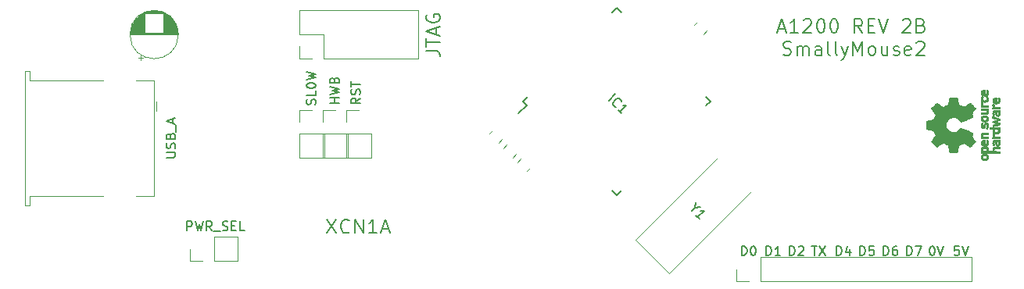
<source format=gto>
G04 #@! TF.GenerationSoftware,KiCad,Pcbnew,(5.1.5)-3*
G04 #@! TF.CreationDate,2020-01-25T14:55:43-05:00*
G04 #@! TF.ProjectId,SmallyMouse2,536d616c-6c79-44d6-9f75-7365322e6b69,2.0*
G04 #@! TF.SameCoordinates,Original*
G04 #@! TF.FileFunction,Legend,Top*
G04 #@! TF.FilePolarity,Positive*
%FSLAX46Y46*%
G04 Gerber Fmt 4.6, Leading zero omitted, Abs format (unit mm)*
G04 Created by KiCad (PCBNEW (5.1.5)-3) date 2020-01-25 14:55:43*
%MOMM*%
%LPD*%
G04 APERTURE LIST*
%ADD10C,0.150000*%
%ADD11C,0.200000*%
%ADD12C,0.120000*%
%ADD13C,0.010000*%
G04 APERTURE END LIST*
D10*
X168233095Y-54702380D02*
X168804523Y-54702380D01*
X168518809Y-55702380D02*
X168518809Y-54702380D01*
X169042619Y-54702380D02*
X169709285Y-55702380D01*
X169709285Y-54702380D02*
X169042619Y-55702380D01*
D11*
X126478571Y-33550000D02*
X127550000Y-33550000D01*
X127764285Y-33621428D01*
X127907142Y-33764285D01*
X127978571Y-33978571D01*
X127978571Y-34121428D01*
X126478571Y-33050000D02*
X126478571Y-32192857D01*
X127978571Y-32621428D02*
X126478571Y-32621428D01*
X127550000Y-31764285D02*
X127550000Y-31050000D01*
X127978571Y-31907142D02*
X126478571Y-31407142D01*
X127978571Y-30907142D01*
X126550000Y-29621428D02*
X126478571Y-29764285D01*
X126478571Y-29978571D01*
X126550000Y-30192857D01*
X126692857Y-30335714D01*
X126835714Y-30407142D01*
X127121428Y-30478571D01*
X127335714Y-30478571D01*
X127621428Y-30407142D01*
X127764285Y-30335714D01*
X127907142Y-30192857D01*
X127978571Y-29978571D01*
X127978571Y-29835714D01*
X127907142Y-29621428D01*
X127835714Y-29550000D01*
X127335714Y-29550000D01*
X127335714Y-29835714D01*
X164648571Y-31125000D02*
X165362857Y-31125000D01*
X164505714Y-31553571D02*
X165005714Y-30053571D01*
X165505714Y-31553571D01*
X166791428Y-31553571D02*
X165934285Y-31553571D01*
X166362857Y-31553571D02*
X166362857Y-30053571D01*
X166220000Y-30267857D01*
X166077142Y-30410714D01*
X165934285Y-30482142D01*
X167362857Y-30196428D02*
X167434285Y-30125000D01*
X167577142Y-30053571D01*
X167934285Y-30053571D01*
X168077142Y-30125000D01*
X168148571Y-30196428D01*
X168220000Y-30339285D01*
X168220000Y-30482142D01*
X168148571Y-30696428D01*
X167291428Y-31553571D01*
X168220000Y-31553571D01*
X169148571Y-30053571D02*
X169291428Y-30053571D01*
X169434285Y-30125000D01*
X169505714Y-30196428D01*
X169577142Y-30339285D01*
X169648571Y-30625000D01*
X169648571Y-30982142D01*
X169577142Y-31267857D01*
X169505714Y-31410714D01*
X169434285Y-31482142D01*
X169291428Y-31553571D01*
X169148571Y-31553571D01*
X169005714Y-31482142D01*
X168934285Y-31410714D01*
X168862857Y-31267857D01*
X168791428Y-30982142D01*
X168791428Y-30625000D01*
X168862857Y-30339285D01*
X168934285Y-30196428D01*
X169005714Y-30125000D01*
X169148571Y-30053571D01*
X170577142Y-30053571D02*
X170720000Y-30053571D01*
X170862857Y-30125000D01*
X170934285Y-30196428D01*
X171005714Y-30339285D01*
X171077142Y-30625000D01*
X171077142Y-30982142D01*
X171005714Y-31267857D01*
X170934285Y-31410714D01*
X170862857Y-31482142D01*
X170720000Y-31553571D01*
X170577142Y-31553571D01*
X170434285Y-31482142D01*
X170362857Y-31410714D01*
X170291428Y-31267857D01*
X170220000Y-30982142D01*
X170220000Y-30625000D01*
X170291428Y-30339285D01*
X170362857Y-30196428D01*
X170434285Y-30125000D01*
X170577142Y-30053571D01*
X173720000Y-31553571D02*
X173220000Y-30839285D01*
X172862857Y-31553571D02*
X172862857Y-30053571D01*
X173434285Y-30053571D01*
X173577142Y-30125000D01*
X173648571Y-30196428D01*
X173720000Y-30339285D01*
X173720000Y-30553571D01*
X173648571Y-30696428D01*
X173577142Y-30767857D01*
X173434285Y-30839285D01*
X172862857Y-30839285D01*
X174362857Y-30767857D02*
X174862857Y-30767857D01*
X175077142Y-31553571D02*
X174362857Y-31553571D01*
X174362857Y-30053571D01*
X175077142Y-30053571D01*
X175505714Y-30053571D02*
X176005714Y-31553571D01*
X176505714Y-30053571D01*
X178077142Y-30196428D02*
X178148571Y-30125000D01*
X178291428Y-30053571D01*
X178648571Y-30053571D01*
X178791428Y-30125000D01*
X178862857Y-30196428D01*
X178934285Y-30339285D01*
X178934285Y-30482142D01*
X178862857Y-30696428D01*
X178005714Y-31553571D01*
X178934285Y-31553571D01*
X180077142Y-30767857D02*
X180291428Y-30839285D01*
X180362857Y-30910714D01*
X180434285Y-31053571D01*
X180434285Y-31267857D01*
X180362857Y-31410714D01*
X180291428Y-31482142D01*
X180148571Y-31553571D01*
X179577142Y-31553571D01*
X179577142Y-30053571D01*
X180077142Y-30053571D01*
X180220000Y-30125000D01*
X180291428Y-30196428D01*
X180362857Y-30339285D01*
X180362857Y-30482142D01*
X180291428Y-30625000D01*
X180220000Y-30696428D01*
X180077142Y-30767857D01*
X179577142Y-30767857D01*
X165148571Y-33932142D02*
X165362857Y-34003571D01*
X165720000Y-34003571D01*
X165862857Y-33932142D01*
X165934285Y-33860714D01*
X166005714Y-33717857D01*
X166005714Y-33575000D01*
X165934285Y-33432142D01*
X165862857Y-33360714D01*
X165720000Y-33289285D01*
X165434285Y-33217857D01*
X165291428Y-33146428D01*
X165220000Y-33075000D01*
X165148571Y-32932142D01*
X165148571Y-32789285D01*
X165220000Y-32646428D01*
X165291428Y-32575000D01*
X165434285Y-32503571D01*
X165791428Y-32503571D01*
X166005714Y-32575000D01*
X166648571Y-34003571D02*
X166648571Y-33003571D01*
X166648571Y-33146428D02*
X166720000Y-33075000D01*
X166862857Y-33003571D01*
X167077142Y-33003571D01*
X167220000Y-33075000D01*
X167291428Y-33217857D01*
X167291428Y-34003571D01*
X167291428Y-33217857D02*
X167362857Y-33075000D01*
X167505714Y-33003571D01*
X167720000Y-33003571D01*
X167862857Y-33075000D01*
X167934285Y-33217857D01*
X167934285Y-34003571D01*
X169291428Y-34003571D02*
X169291428Y-33217857D01*
X169220000Y-33075000D01*
X169077142Y-33003571D01*
X168791428Y-33003571D01*
X168648571Y-33075000D01*
X169291428Y-33932142D02*
X169148571Y-34003571D01*
X168791428Y-34003571D01*
X168648571Y-33932142D01*
X168577142Y-33789285D01*
X168577142Y-33646428D01*
X168648571Y-33503571D01*
X168791428Y-33432142D01*
X169148571Y-33432142D01*
X169291428Y-33360714D01*
X170220000Y-34003571D02*
X170077142Y-33932142D01*
X170005714Y-33789285D01*
X170005714Y-32503571D01*
X171005714Y-34003571D02*
X170862857Y-33932142D01*
X170791428Y-33789285D01*
X170791428Y-32503571D01*
X171434285Y-33003571D02*
X171791428Y-34003571D01*
X172148571Y-33003571D02*
X171791428Y-34003571D01*
X171648571Y-34360714D01*
X171577142Y-34432142D01*
X171434285Y-34503571D01*
X172720000Y-34003571D02*
X172720000Y-32503571D01*
X173220000Y-33575000D01*
X173720000Y-32503571D01*
X173720000Y-34003571D01*
X174648571Y-34003571D02*
X174505714Y-33932142D01*
X174434285Y-33860714D01*
X174362857Y-33717857D01*
X174362857Y-33289285D01*
X174434285Y-33146428D01*
X174505714Y-33075000D01*
X174648571Y-33003571D01*
X174862857Y-33003571D01*
X175005714Y-33075000D01*
X175077142Y-33146428D01*
X175148571Y-33289285D01*
X175148571Y-33717857D01*
X175077142Y-33860714D01*
X175005714Y-33932142D01*
X174862857Y-34003571D01*
X174648571Y-34003571D01*
X176434285Y-33003571D02*
X176434285Y-34003571D01*
X175791428Y-33003571D02*
X175791428Y-33789285D01*
X175862857Y-33932142D01*
X176005714Y-34003571D01*
X176220000Y-34003571D01*
X176362857Y-33932142D01*
X176434285Y-33860714D01*
X177077142Y-33932142D02*
X177220000Y-34003571D01*
X177505714Y-34003571D01*
X177648571Y-33932142D01*
X177720000Y-33789285D01*
X177720000Y-33717857D01*
X177648571Y-33575000D01*
X177505714Y-33503571D01*
X177291428Y-33503571D01*
X177148571Y-33432142D01*
X177077142Y-33289285D01*
X177077142Y-33217857D01*
X177148571Y-33075000D01*
X177291428Y-33003571D01*
X177505714Y-33003571D01*
X177648571Y-33075000D01*
X178934285Y-33932142D02*
X178791428Y-34003571D01*
X178505714Y-34003571D01*
X178362857Y-33932142D01*
X178291428Y-33789285D01*
X178291428Y-33217857D01*
X178362857Y-33075000D01*
X178505714Y-33003571D01*
X178791428Y-33003571D01*
X178934285Y-33075000D01*
X179005714Y-33217857D01*
X179005714Y-33360714D01*
X178291428Y-33503571D01*
X179577142Y-32646428D02*
X179648571Y-32575000D01*
X179791428Y-32503571D01*
X180148571Y-32503571D01*
X180291428Y-32575000D01*
X180362857Y-32646428D01*
X180434285Y-32789285D01*
X180434285Y-32932142D01*
X180362857Y-33146428D01*
X179505714Y-34003571D01*
X180434285Y-34003571D01*
X115707142Y-51778571D02*
X116707142Y-53278571D01*
X116707142Y-51778571D02*
X115707142Y-53278571D01*
X118135714Y-53135714D02*
X118064285Y-53207142D01*
X117850000Y-53278571D01*
X117707142Y-53278571D01*
X117492857Y-53207142D01*
X117350000Y-53064285D01*
X117278571Y-52921428D01*
X117207142Y-52635714D01*
X117207142Y-52421428D01*
X117278571Y-52135714D01*
X117350000Y-51992857D01*
X117492857Y-51850000D01*
X117707142Y-51778571D01*
X117850000Y-51778571D01*
X118064285Y-51850000D01*
X118135714Y-51921428D01*
X118778571Y-53278571D02*
X118778571Y-51778571D01*
X119635714Y-53278571D01*
X119635714Y-51778571D01*
X121135714Y-53278571D02*
X120278571Y-53278571D01*
X120707142Y-53278571D02*
X120707142Y-51778571D01*
X120564285Y-51992857D01*
X120421428Y-52135714D01*
X120278571Y-52207142D01*
X121707142Y-52850000D02*
X122421428Y-52850000D01*
X121564285Y-53278571D02*
X122064285Y-51778571D01*
X122564285Y-53278571D01*
D10*
X178543904Y-55692380D02*
X178543904Y-54692380D01*
X178782000Y-54692380D01*
X178924857Y-54740000D01*
X179020095Y-54835238D01*
X179067714Y-54930476D01*
X179115333Y-55120952D01*
X179115333Y-55263809D01*
X179067714Y-55454285D01*
X179020095Y-55549523D01*
X178924857Y-55644761D01*
X178782000Y-55692380D01*
X178543904Y-55692380D01*
X179448666Y-54692380D02*
X180115333Y-54692380D01*
X179686761Y-55692380D01*
X176003904Y-55692380D02*
X176003904Y-54692380D01*
X176242000Y-54692380D01*
X176384857Y-54740000D01*
X176480095Y-54835238D01*
X176527714Y-54930476D01*
X176575333Y-55120952D01*
X176575333Y-55263809D01*
X176527714Y-55454285D01*
X176480095Y-55549523D01*
X176384857Y-55644761D01*
X176242000Y-55692380D01*
X176003904Y-55692380D01*
X177432476Y-54692380D02*
X177242000Y-54692380D01*
X177146761Y-54740000D01*
X177099142Y-54787619D01*
X177003904Y-54930476D01*
X176956285Y-55120952D01*
X176956285Y-55501904D01*
X177003904Y-55597142D01*
X177051523Y-55644761D01*
X177146761Y-55692380D01*
X177337238Y-55692380D01*
X177432476Y-55644761D01*
X177480095Y-55597142D01*
X177527714Y-55501904D01*
X177527714Y-55263809D01*
X177480095Y-55168571D01*
X177432476Y-55120952D01*
X177337238Y-55073333D01*
X177146761Y-55073333D01*
X177051523Y-55120952D01*
X177003904Y-55168571D01*
X176956285Y-55263809D01*
X173463904Y-55692380D02*
X173463904Y-54692380D01*
X173702000Y-54692380D01*
X173844857Y-54740000D01*
X173940095Y-54835238D01*
X173987714Y-54930476D01*
X174035333Y-55120952D01*
X174035333Y-55263809D01*
X173987714Y-55454285D01*
X173940095Y-55549523D01*
X173844857Y-55644761D01*
X173702000Y-55692380D01*
X173463904Y-55692380D01*
X174940095Y-54692380D02*
X174463904Y-54692380D01*
X174416285Y-55168571D01*
X174463904Y-55120952D01*
X174559142Y-55073333D01*
X174797238Y-55073333D01*
X174892476Y-55120952D01*
X174940095Y-55168571D01*
X174987714Y-55263809D01*
X174987714Y-55501904D01*
X174940095Y-55597142D01*
X174892476Y-55644761D01*
X174797238Y-55692380D01*
X174559142Y-55692380D01*
X174463904Y-55644761D01*
X174416285Y-55597142D01*
X170923904Y-55692380D02*
X170923904Y-54692380D01*
X171162000Y-54692380D01*
X171304857Y-54740000D01*
X171400095Y-54835238D01*
X171447714Y-54930476D01*
X171495333Y-55120952D01*
X171495333Y-55263809D01*
X171447714Y-55454285D01*
X171400095Y-55549523D01*
X171304857Y-55644761D01*
X171162000Y-55692380D01*
X170923904Y-55692380D01*
X172352476Y-55025714D02*
X172352476Y-55692380D01*
X172114380Y-54644761D02*
X171876285Y-55359047D01*
X172495333Y-55359047D01*
X165843904Y-55692380D02*
X165843904Y-54692380D01*
X166082000Y-54692380D01*
X166224857Y-54740000D01*
X166320095Y-54835238D01*
X166367714Y-54930476D01*
X166415333Y-55120952D01*
X166415333Y-55263809D01*
X166367714Y-55454285D01*
X166320095Y-55549523D01*
X166224857Y-55644761D01*
X166082000Y-55692380D01*
X165843904Y-55692380D01*
X166796285Y-54787619D02*
X166843904Y-54740000D01*
X166939142Y-54692380D01*
X167177238Y-54692380D01*
X167272476Y-54740000D01*
X167320095Y-54787619D01*
X167367714Y-54882857D01*
X167367714Y-54978095D01*
X167320095Y-55120952D01*
X166748666Y-55692380D01*
X167367714Y-55692380D01*
X163303904Y-55692380D02*
X163303904Y-54692380D01*
X163542000Y-54692380D01*
X163684857Y-54740000D01*
X163780095Y-54835238D01*
X163827714Y-54930476D01*
X163875333Y-55120952D01*
X163875333Y-55263809D01*
X163827714Y-55454285D01*
X163780095Y-55549523D01*
X163684857Y-55644761D01*
X163542000Y-55692380D01*
X163303904Y-55692380D01*
X164827714Y-55692380D02*
X164256285Y-55692380D01*
X164542000Y-55692380D02*
X164542000Y-54692380D01*
X164446761Y-54835238D01*
X164351523Y-54930476D01*
X164256285Y-54978095D01*
X160636904Y-55692380D02*
X160636904Y-54692380D01*
X160875000Y-54692380D01*
X161017857Y-54740000D01*
X161113095Y-54835238D01*
X161160714Y-54930476D01*
X161208333Y-55120952D01*
X161208333Y-55263809D01*
X161160714Y-55454285D01*
X161113095Y-55549523D01*
X161017857Y-55644761D01*
X160875000Y-55692380D01*
X160636904Y-55692380D01*
X161827380Y-54692380D02*
X161922619Y-54692380D01*
X162017857Y-54740000D01*
X162065476Y-54787619D01*
X162113095Y-54882857D01*
X162160714Y-55073333D01*
X162160714Y-55311428D01*
X162113095Y-55501904D01*
X162065476Y-55597142D01*
X162017857Y-55644761D01*
X161922619Y-55692380D01*
X161827380Y-55692380D01*
X161732142Y-55644761D01*
X161684523Y-55597142D01*
X161636904Y-55501904D01*
X161589285Y-55311428D01*
X161589285Y-55073333D01*
X161636904Y-54882857D01*
X161684523Y-54787619D01*
X161732142Y-54740000D01*
X161827380Y-54692380D01*
X181218809Y-54692380D02*
X181314047Y-54692380D01*
X181409285Y-54740000D01*
X181456904Y-54787619D01*
X181504523Y-54882857D01*
X181552142Y-55073333D01*
X181552142Y-55311428D01*
X181504523Y-55501904D01*
X181456904Y-55597142D01*
X181409285Y-55644761D01*
X181314047Y-55692380D01*
X181218809Y-55692380D01*
X181123571Y-55644761D01*
X181075952Y-55597142D01*
X181028333Y-55501904D01*
X180980714Y-55311428D01*
X180980714Y-55073333D01*
X181028333Y-54882857D01*
X181075952Y-54787619D01*
X181123571Y-54740000D01*
X181218809Y-54692380D01*
X181837857Y-54692380D02*
X182171190Y-55692380D01*
X182504523Y-54692380D01*
X184171523Y-54692380D02*
X183695333Y-54692380D01*
X183647714Y-55168571D01*
X183695333Y-55120952D01*
X183790571Y-55073333D01*
X184028666Y-55073333D01*
X184123904Y-55120952D01*
X184171523Y-55168571D01*
X184219142Y-55263809D01*
X184219142Y-55501904D01*
X184171523Y-55597142D01*
X184123904Y-55644761D01*
X184028666Y-55692380D01*
X183790571Y-55692380D01*
X183695333Y-55644761D01*
X183647714Y-55597142D01*
X184504857Y-54692380D02*
X184838190Y-55692380D01*
X185171523Y-54692380D01*
X117038380Y-39203142D02*
X116038380Y-39203142D01*
X116514571Y-39203142D02*
X116514571Y-38631714D01*
X117038380Y-38631714D02*
X116038380Y-38631714D01*
X116038380Y-38250761D02*
X117038380Y-38012666D01*
X116324095Y-37822190D01*
X117038380Y-37631714D01*
X116038380Y-37393619D01*
X116514571Y-36679333D02*
X116562190Y-36536476D01*
X116609809Y-36488857D01*
X116705047Y-36441238D01*
X116847904Y-36441238D01*
X116943142Y-36488857D01*
X116990761Y-36536476D01*
X117038380Y-36631714D01*
X117038380Y-37012666D01*
X116038380Y-37012666D01*
X116038380Y-36679333D01*
X116086000Y-36584095D01*
X116133619Y-36536476D01*
X116228857Y-36488857D01*
X116324095Y-36488857D01*
X116419333Y-36536476D01*
X116466952Y-36584095D01*
X116514571Y-36679333D01*
X116514571Y-37012666D01*
X119324380Y-38647619D02*
X118848190Y-38980952D01*
X119324380Y-39219047D02*
X118324380Y-39219047D01*
X118324380Y-38838095D01*
X118372000Y-38742857D01*
X118419619Y-38695238D01*
X118514857Y-38647619D01*
X118657714Y-38647619D01*
X118752952Y-38695238D01*
X118800571Y-38742857D01*
X118848190Y-38838095D01*
X118848190Y-39219047D01*
X119276761Y-38266666D02*
X119324380Y-38123809D01*
X119324380Y-37885714D01*
X119276761Y-37790476D01*
X119229142Y-37742857D01*
X119133904Y-37695238D01*
X119038666Y-37695238D01*
X118943428Y-37742857D01*
X118895809Y-37790476D01*
X118848190Y-37885714D01*
X118800571Y-38076190D01*
X118752952Y-38171428D01*
X118705333Y-38219047D01*
X118610095Y-38266666D01*
X118514857Y-38266666D01*
X118419619Y-38219047D01*
X118372000Y-38171428D01*
X118324380Y-38076190D01*
X118324380Y-37838095D01*
X118372000Y-37695238D01*
X118324380Y-37409523D02*
X118324380Y-36838095D01*
X119324380Y-37123809D02*
X118324380Y-37123809D01*
X114450761Y-39338095D02*
X114498380Y-39195238D01*
X114498380Y-38957142D01*
X114450761Y-38861904D01*
X114403142Y-38814285D01*
X114307904Y-38766666D01*
X114212666Y-38766666D01*
X114117428Y-38814285D01*
X114069809Y-38861904D01*
X114022190Y-38957142D01*
X113974571Y-39147619D01*
X113926952Y-39242857D01*
X113879333Y-39290476D01*
X113784095Y-39338095D01*
X113688857Y-39338095D01*
X113593619Y-39290476D01*
X113546000Y-39242857D01*
X113498380Y-39147619D01*
X113498380Y-38909523D01*
X113546000Y-38766666D01*
X114498380Y-37861904D02*
X114498380Y-38338095D01*
X113498380Y-38338095D01*
X113498380Y-37338095D02*
X113498380Y-37242857D01*
X113546000Y-37147619D01*
X113593619Y-37100000D01*
X113688857Y-37052380D01*
X113879333Y-37004761D01*
X114117428Y-37004761D01*
X114307904Y-37052380D01*
X114403142Y-37100000D01*
X114450761Y-37147619D01*
X114498380Y-37242857D01*
X114498380Y-37338095D01*
X114450761Y-37433333D01*
X114403142Y-37480952D01*
X114307904Y-37528571D01*
X114117428Y-37576190D01*
X113879333Y-37576190D01*
X113688857Y-37528571D01*
X113593619Y-37480952D01*
X113546000Y-37433333D01*
X113498380Y-37338095D01*
X113498380Y-36671428D02*
X114498380Y-36433333D01*
X113784095Y-36242857D01*
X114498380Y-36052380D01*
X113498380Y-35814285D01*
D12*
X100870000Y-56320000D02*
X100870000Y-54990000D01*
X102200000Y-56320000D02*
X100870000Y-56320000D01*
X103470000Y-56320000D02*
X103470000Y-53660000D01*
X103470000Y-53660000D02*
X106070000Y-53660000D01*
X103470000Y-56320000D02*
X106070000Y-56320000D01*
X106070000Y-56320000D02*
X106070000Y-53660000D01*
X117850000Y-39920000D02*
X119180000Y-39920000D01*
X117850000Y-41250000D02*
X117850000Y-39920000D01*
X117850000Y-42520000D02*
X120510000Y-42520000D01*
X120510000Y-42520000D02*
X120510000Y-45120000D01*
X117850000Y-42520000D02*
X117850000Y-45120000D01*
X117850000Y-45120000D02*
X120510000Y-45120000D01*
X160070000Y-58530000D02*
X160070000Y-57200000D01*
X161400000Y-58530000D02*
X160070000Y-58530000D01*
X162670000Y-58530000D02*
X162670000Y-55870000D01*
X162670000Y-55870000D02*
X185590000Y-55870000D01*
X162670000Y-58530000D02*
X185590000Y-58530000D01*
X185590000Y-58530000D02*
X185590000Y-55870000D01*
D10*
X137359604Y-39406586D02*
X136458043Y-40308148D01*
X147100000Y-28853018D02*
X146622703Y-29330315D01*
X157246982Y-39000000D02*
X156769685Y-39477297D01*
X147100000Y-49146982D02*
X147577297Y-48669685D01*
X136953018Y-39000000D02*
X137430315Y-38522703D01*
X147100000Y-49146982D02*
X146622703Y-48669685D01*
X157246982Y-39000000D02*
X156769685Y-38522703D01*
X147100000Y-28853018D02*
X147577297Y-29330315D01*
X136953018Y-39000000D02*
X137359604Y-39406586D01*
D12*
X95275000Y-34304775D02*
X95775000Y-34304775D01*
X95525000Y-34554775D02*
X95525000Y-34054775D01*
X96716000Y-29149000D02*
X97284000Y-29149000D01*
X96482000Y-29189000D02*
X97518000Y-29189000D01*
X96323000Y-29229000D02*
X97677000Y-29229000D01*
X96195000Y-29269000D02*
X97805000Y-29269000D01*
X96085000Y-29309000D02*
X97915000Y-29309000D01*
X95989000Y-29349000D02*
X98011000Y-29349000D01*
X95902000Y-29389000D02*
X98098000Y-29389000D01*
X95822000Y-29429000D02*
X98178000Y-29429000D01*
X98040000Y-29469000D02*
X98251000Y-29469000D01*
X95749000Y-29469000D02*
X95960000Y-29469000D01*
X98040000Y-29509000D02*
X98319000Y-29509000D01*
X95681000Y-29509000D02*
X95960000Y-29509000D01*
X98040000Y-29549000D02*
X98383000Y-29549000D01*
X95617000Y-29549000D02*
X95960000Y-29549000D01*
X98040000Y-29589000D02*
X98443000Y-29589000D01*
X95557000Y-29589000D02*
X95960000Y-29589000D01*
X98040000Y-29629000D02*
X98500000Y-29629000D01*
X95500000Y-29629000D02*
X95960000Y-29629000D01*
X98040000Y-29669000D02*
X98554000Y-29669000D01*
X95446000Y-29669000D02*
X95960000Y-29669000D01*
X98040000Y-29709000D02*
X98605000Y-29709000D01*
X95395000Y-29709000D02*
X95960000Y-29709000D01*
X98040000Y-29749000D02*
X98653000Y-29749000D01*
X95347000Y-29749000D02*
X95960000Y-29749000D01*
X98040000Y-29789000D02*
X98699000Y-29789000D01*
X95301000Y-29789000D02*
X95960000Y-29789000D01*
X98040000Y-29829000D02*
X98743000Y-29829000D01*
X95257000Y-29829000D02*
X95960000Y-29829000D01*
X98040000Y-29869000D02*
X98785000Y-29869000D01*
X95215000Y-29869000D02*
X95960000Y-29869000D01*
X98040000Y-29909000D02*
X98826000Y-29909000D01*
X95174000Y-29909000D02*
X95960000Y-29909000D01*
X98040000Y-29949000D02*
X98864000Y-29949000D01*
X95136000Y-29949000D02*
X95960000Y-29949000D01*
X98040000Y-29989000D02*
X98901000Y-29989000D01*
X95099000Y-29989000D02*
X95960000Y-29989000D01*
X98040000Y-30029000D02*
X98937000Y-30029000D01*
X95063000Y-30029000D02*
X95960000Y-30029000D01*
X98040000Y-30069000D02*
X98971000Y-30069000D01*
X95029000Y-30069000D02*
X95960000Y-30069000D01*
X98040000Y-30109000D02*
X99004000Y-30109000D01*
X94996000Y-30109000D02*
X95960000Y-30109000D01*
X98040000Y-30149000D02*
X99035000Y-30149000D01*
X94965000Y-30149000D02*
X95960000Y-30149000D01*
X98040000Y-30189000D02*
X99065000Y-30189000D01*
X94935000Y-30189000D02*
X95960000Y-30189000D01*
X98040000Y-30229000D02*
X99095000Y-30229000D01*
X94905000Y-30229000D02*
X95960000Y-30229000D01*
X98040000Y-30269000D02*
X99122000Y-30269000D01*
X94878000Y-30269000D02*
X95960000Y-30269000D01*
X98040000Y-30309000D02*
X99149000Y-30309000D01*
X94851000Y-30309000D02*
X95960000Y-30309000D01*
X98040000Y-30349000D02*
X99175000Y-30349000D01*
X94825000Y-30349000D02*
X95960000Y-30349000D01*
X98040000Y-30389000D02*
X99200000Y-30389000D01*
X94800000Y-30389000D02*
X95960000Y-30389000D01*
X98040000Y-30429000D02*
X99224000Y-30429000D01*
X94776000Y-30429000D02*
X95960000Y-30429000D01*
X98040000Y-30469000D02*
X99247000Y-30469000D01*
X94753000Y-30469000D02*
X95960000Y-30469000D01*
X98040000Y-30509000D02*
X99268000Y-30509000D01*
X94732000Y-30509000D02*
X95960000Y-30509000D01*
X98040000Y-30549000D02*
X99290000Y-30549000D01*
X94710000Y-30549000D02*
X95960000Y-30549000D01*
X98040000Y-30589000D02*
X99310000Y-30589000D01*
X94690000Y-30589000D02*
X95960000Y-30589000D01*
X98040000Y-30629000D02*
X99329000Y-30629000D01*
X94671000Y-30629000D02*
X95960000Y-30629000D01*
X98040000Y-30669000D02*
X99348000Y-30669000D01*
X94652000Y-30669000D02*
X95960000Y-30669000D01*
X98040000Y-30709000D02*
X99365000Y-30709000D01*
X94635000Y-30709000D02*
X95960000Y-30709000D01*
X98040000Y-30749000D02*
X99382000Y-30749000D01*
X94618000Y-30749000D02*
X95960000Y-30749000D01*
X98040000Y-30789000D02*
X99398000Y-30789000D01*
X94602000Y-30789000D02*
X95960000Y-30789000D01*
X98040000Y-30829000D02*
X99414000Y-30829000D01*
X94586000Y-30829000D02*
X95960000Y-30829000D01*
X98040000Y-30869000D02*
X99428000Y-30869000D01*
X94572000Y-30869000D02*
X95960000Y-30869000D01*
X98040000Y-30909000D02*
X99442000Y-30909000D01*
X94558000Y-30909000D02*
X95960000Y-30909000D01*
X98040000Y-30949000D02*
X99455000Y-30949000D01*
X94545000Y-30949000D02*
X95960000Y-30949000D01*
X98040000Y-30989000D02*
X99468000Y-30989000D01*
X94532000Y-30989000D02*
X95960000Y-30989000D01*
X98040000Y-31029000D02*
X99480000Y-31029000D01*
X94520000Y-31029000D02*
X95960000Y-31029000D01*
X98040000Y-31070000D02*
X99491000Y-31070000D01*
X94509000Y-31070000D02*
X95960000Y-31070000D01*
X98040000Y-31110000D02*
X99501000Y-31110000D01*
X94499000Y-31110000D02*
X95960000Y-31110000D01*
X98040000Y-31150000D02*
X99511000Y-31150000D01*
X94489000Y-31150000D02*
X95960000Y-31150000D01*
X98040000Y-31190000D02*
X99520000Y-31190000D01*
X94480000Y-31190000D02*
X95960000Y-31190000D01*
X98040000Y-31230000D02*
X99528000Y-31230000D01*
X94472000Y-31230000D02*
X95960000Y-31230000D01*
X98040000Y-31270000D02*
X99536000Y-31270000D01*
X94464000Y-31270000D02*
X95960000Y-31270000D01*
X98040000Y-31310000D02*
X99543000Y-31310000D01*
X94457000Y-31310000D02*
X95960000Y-31310000D01*
X98040000Y-31350000D02*
X99550000Y-31350000D01*
X94450000Y-31350000D02*
X95960000Y-31350000D01*
X98040000Y-31390000D02*
X99556000Y-31390000D01*
X94444000Y-31390000D02*
X95960000Y-31390000D01*
X98040000Y-31430000D02*
X99561000Y-31430000D01*
X94439000Y-31430000D02*
X95960000Y-31430000D01*
X98040000Y-31470000D02*
X99565000Y-31470000D01*
X94435000Y-31470000D02*
X95960000Y-31470000D01*
X98040000Y-31510000D02*
X99569000Y-31510000D01*
X94431000Y-31510000D02*
X95960000Y-31510000D01*
X94427000Y-31550000D02*
X99573000Y-31550000D01*
X94424000Y-31590000D02*
X99576000Y-31590000D01*
X94422000Y-31630000D02*
X99578000Y-31630000D01*
X94421000Y-31670000D02*
X99579000Y-31670000D01*
X94420000Y-31710000D02*
X99580000Y-31710000D01*
X94420000Y-31750000D02*
X99580000Y-31750000D01*
X99620000Y-31750000D02*
G75*
G03X99620000Y-31750000I-2620000J0D01*
G01*
D13*
G36*
X180998576Y-41049036D02*
G01*
X181399322Y-40973487D01*
X181629154Y-40415959D01*
X181401748Y-40081535D01*
X181338431Y-39987878D01*
X181281896Y-39903218D01*
X181234727Y-39831505D01*
X181199502Y-39776689D01*
X181178805Y-39742720D01*
X181174342Y-39733470D01*
X181185820Y-39716805D01*
X181217551Y-39681194D01*
X181265483Y-39630629D01*
X181325562Y-39569100D01*
X181393733Y-39500601D01*
X181465945Y-39429121D01*
X181538142Y-39358653D01*
X181606273Y-39293189D01*
X181666283Y-39236720D01*
X181714119Y-39193237D01*
X181745727Y-39166732D01*
X181756305Y-39160395D01*
X181775806Y-39169514D01*
X181818531Y-39195080D01*
X181880298Y-39234403D01*
X181956931Y-39284797D01*
X182044248Y-39343573D01*
X182094052Y-39377632D01*
X182184993Y-39439711D01*
X182267059Y-39494874D01*
X182336163Y-39540446D01*
X182388222Y-39573750D01*
X182419150Y-39592110D01*
X182425650Y-39594869D01*
X182444121Y-39588615D01*
X182487172Y-39571566D01*
X182548749Y-39546297D01*
X182622799Y-39515378D01*
X182703270Y-39481382D01*
X182784107Y-39446882D01*
X182859258Y-39414449D01*
X182922671Y-39386657D01*
X182968293Y-39366077D01*
X182990069Y-39355281D01*
X182990926Y-39354644D01*
X182995084Y-39337693D01*
X183004361Y-39292549D01*
X183017844Y-39223890D01*
X183034621Y-39136398D01*
X183053781Y-39034750D01*
X183064830Y-38975444D01*
X183085510Y-38866828D01*
X183105189Y-38768723D01*
X183122789Y-38686091D01*
X183137233Y-38623896D01*
X183147446Y-38587101D01*
X183150686Y-38579704D01*
X183172617Y-38572460D01*
X183222147Y-38566615D01*
X183293485Y-38562165D01*
X183380839Y-38559107D01*
X183478417Y-38557435D01*
X183580426Y-38557147D01*
X183681075Y-38558239D01*
X183774572Y-38560706D01*
X183855125Y-38564544D01*
X183916942Y-38569750D01*
X183954230Y-38576319D01*
X183961993Y-38580259D01*
X183971298Y-38603812D01*
X183984600Y-38653718D01*
X184000337Y-38723377D01*
X184016946Y-38806187D01*
X184022319Y-38835095D01*
X184047848Y-38974469D01*
X184068408Y-39084564D01*
X184084815Y-39169018D01*
X184097887Y-39231470D01*
X184108441Y-39275556D01*
X184117294Y-39304915D01*
X184125263Y-39323185D01*
X184133165Y-39334002D01*
X184134727Y-39335515D01*
X184159886Y-39350623D01*
X184208850Y-39373671D01*
X184275621Y-39402356D01*
X184354205Y-39434378D01*
X184438607Y-39467435D01*
X184522830Y-39499227D01*
X184600879Y-39527451D01*
X184666759Y-39549807D01*
X184714473Y-39563993D01*
X184738027Y-39567707D01*
X184738852Y-39567398D01*
X184758104Y-39554811D01*
X184800463Y-39526256D01*
X184861521Y-39484733D01*
X184936868Y-39433244D01*
X185022096Y-39374789D01*
X185046315Y-39358142D01*
X185134123Y-39298785D01*
X185214238Y-39246553D01*
X185282062Y-39204292D01*
X185332993Y-39174847D01*
X185362431Y-39161063D01*
X185366048Y-39160395D01*
X185385057Y-39171976D01*
X185422714Y-39203976D01*
X185474973Y-39252282D01*
X185537786Y-39312780D01*
X185607106Y-39381356D01*
X185678885Y-39453896D01*
X185749077Y-39526288D01*
X185813635Y-39594416D01*
X185868510Y-39654168D01*
X185909656Y-39701429D01*
X185933026Y-39732087D01*
X185936842Y-39740568D01*
X185927855Y-39760309D01*
X185903616Y-39800726D01*
X185868209Y-39855237D01*
X185839711Y-39897177D01*
X185787418Y-39973171D01*
X185725845Y-40063166D01*
X185664370Y-40153436D01*
X185631469Y-40201968D01*
X185520359Y-40366238D01*
X185594916Y-40504131D01*
X185627578Y-40566951D01*
X185652966Y-40620371D01*
X185667446Y-40656516D01*
X185669460Y-40665716D01*
X185654584Y-40676779D01*
X185612547Y-40698606D01*
X185547227Y-40729566D01*
X185462500Y-40768030D01*
X185362245Y-40812368D01*
X185250339Y-40860953D01*
X185130659Y-40912154D01*
X185007084Y-40964341D01*
X184883491Y-41015887D01*
X184763757Y-41065160D01*
X184651759Y-41110533D01*
X184551377Y-41150375D01*
X184466486Y-41183058D01*
X184400965Y-41206951D01*
X184358690Y-41220426D01*
X184344172Y-41222594D01*
X184325653Y-41205417D01*
X184295590Y-41167810D01*
X184260232Y-41117634D01*
X184257434Y-41113422D01*
X184153625Y-40983736D01*
X184032515Y-40879166D01*
X183897976Y-40800619D01*
X183753882Y-40749001D01*
X183604105Y-40725218D01*
X183452517Y-40730177D01*
X183302992Y-40764783D01*
X183159400Y-40829943D01*
X183127984Y-40849114D01*
X183001125Y-40948826D01*
X182899255Y-41066623D01*
X182822904Y-41198429D01*
X182772602Y-41340167D01*
X182748879Y-41487758D01*
X182752265Y-41637127D01*
X182783288Y-41784197D01*
X182842480Y-41924889D01*
X182930369Y-42055127D01*
X182966042Y-42095414D01*
X183077706Y-42197945D01*
X183195257Y-42272659D01*
X183327020Y-42323910D01*
X183457507Y-42352454D01*
X183604216Y-42359500D01*
X183751653Y-42336004D01*
X183894834Y-42284351D01*
X184028777Y-42206929D01*
X184148498Y-42106125D01*
X184249014Y-41984324D01*
X184259609Y-41968316D01*
X184294306Y-41917602D01*
X184324370Y-41879050D01*
X184343565Y-41860619D01*
X184344172Y-41860351D01*
X184364936Y-41864308D01*
X184412062Y-41879993D01*
X184481673Y-41905778D01*
X184569893Y-41940031D01*
X184672844Y-41981123D01*
X184786650Y-42027424D01*
X184907435Y-42077304D01*
X185031321Y-42129133D01*
X185154432Y-42181281D01*
X185272891Y-42232118D01*
X185382823Y-42280013D01*
X185480349Y-42323338D01*
X185561593Y-42360462D01*
X185622679Y-42389756D01*
X185659730Y-42409588D01*
X185669460Y-42417574D01*
X185661883Y-42441979D01*
X185641560Y-42487642D01*
X185612125Y-42546690D01*
X185594916Y-42579160D01*
X185520359Y-42717053D01*
X185631469Y-42881323D01*
X185688390Y-42965179D01*
X185751030Y-43056987D01*
X185810011Y-43143020D01*
X185839711Y-43186113D01*
X185880410Y-43246723D01*
X185912663Y-43298045D01*
X185932384Y-43333385D01*
X185936554Y-43344863D01*
X185925307Y-43361570D01*
X185893911Y-43398546D01*
X185845624Y-43452205D01*
X185783708Y-43518962D01*
X185711421Y-43595234D01*
X185665008Y-43643473D01*
X185582087Y-43727867D01*
X185507920Y-43800803D01*
X185445680Y-43859331D01*
X185398541Y-43900503D01*
X185369673Y-43921372D01*
X185363815Y-43923374D01*
X185341532Y-43914083D01*
X185296477Y-43888409D01*
X185233211Y-43849200D01*
X185156295Y-43799303D01*
X185070292Y-43741567D01*
X185046315Y-43725149D01*
X184959170Y-43665323D01*
X184880710Y-43611650D01*
X184815345Y-43567130D01*
X184767484Y-43534765D01*
X184741535Y-43517555D01*
X184738852Y-43515893D01*
X184718172Y-43518379D01*
X184672704Y-43531577D01*
X184608444Y-43553186D01*
X184531387Y-43580904D01*
X184447529Y-43612430D01*
X184362866Y-43645463D01*
X184283392Y-43677701D01*
X184215104Y-43706843D01*
X184163997Y-43730588D01*
X184136067Y-43746635D01*
X184134727Y-43747775D01*
X184126745Y-43757588D01*
X184118851Y-43774161D01*
X184110229Y-43801132D01*
X184100062Y-43842139D01*
X184087531Y-43900820D01*
X184071821Y-43980813D01*
X184052113Y-44085755D01*
X184027592Y-44219285D01*
X184022319Y-44248196D01*
X184005764Y-44333882D01*
X183989569Y-44408582D01*
X183975296Y-44465694D01*
X183964508Y-44498617D01*
X183961993Y-44503031D01*
X183939696Y-44510306D01*
X183889869Y-44516219D01*
X183818304Y-44520766D01*
X183730793Y-44523945D01*
X183633128Y-44525749D01*
X183531101Y-44526177D01*
X183430503Y-44525223D01*
X183337127Y-44522884D01*
X183256765Y-44519156D01*
X183195209Y-44514034D01*
X183158250Y-44507516D01*
X183150686Y-44503586D01*
X183143056Y-44481708D01*
X183130642Y-44431891D01*
X183114522Y-44359097D01*
X183095773Y-44268289D01*
X183075471Y-44164431D01*
X183064830Y-44107846D01*
X183044760Y-44000486D01*
X183026580Y-43904746D01*
X183011199Y-43825306D01*
X182999531Y-43766846D01*
X182992488Y-43734045D01*
X182990926Y-43728646D01*
X182973322Y-43719522D01*
X182930918Y-43700235D01*
X182869772Y-43673355D01*
X182795943Y-43641454D01*
X182715489Y-43607102D01*
X182634468Y-43572871D01*
X182558937Y-43541331D01*
X182494955Y-43515054D01*
X182448580Y-43496611D01*
X182425869Y-43488571D01*
X182424876Y-43488422D01*
X182406961Y-43497535D01*
X182365733Y-43523086D01*
X182305291Y-43562388D01*
X182229731Y-43612757D01*
X182143152Y-43671506D01*
X182093421Y-43705658D01*
X182002236Y-43767890D01*
X181919449Y-43823164D01*
X181849249Y-43868782D01*
X181795824Y-43902048D01*
X181763361Y-43920264D01*
X181756083Y-43922895D01*
X181739145Y-43911586D01*
X181702978Y-43880319D01*
X181651635Y-43833090D01*
X181589167Y-43773892D01*
X181519626Y-43706719D01*
X181447065Y-43635566D01*
X181375535Y-43564426D01*
X181309087Y-43497293D01*
X181251774Y-43438161D01*
X181207647Y-43391025D01*
X181180759Y-43359877D01*
X181174342Y-43349457D01*
X181183365Y-43332491D01*
X181208715Y-43291911D01*
X181247810Y-43231663D01*
X181298071Y-43155693D01*
X181356917Y-43067946D01*
X181401748Y-43001756D01*
X181629154Y-42667332D01*
X181514238Y-42388567D01*
X181399322Y-42109803D01*
X180998576Y-42034254D01*
X180597829Y-41958706D01*
X180597829Y-41124585D01*
X180998576Y-41049036D01*
G37*
X180998576Y-41049036D02*
X181399322Y-40973487D01*
X181629154Y-40415959D01*
X181401748Y-40081535D01*
X181338431Y-39987878D01*
X181281896Y-39903218D01*
X181234727Y-39831505D01*
X181199502Y-39776689D01*
X181178805Y-39742720D01*
X181174342Y-39733470D01*
X181185820Y-39716805D01*
X181217551Y-39681194D01*
X181265483Y-39630629D01*
X181325562Y-39569100D01*
X181393733Y-39500601D01*
X181465945Y-39429121D01*
X181538142Y-39358653D01*
X181606273Y-39293189D01*
X181666283Y-39236720D01*
X181714119Y-39193237D01*
X181745727Y-39166732D01*
X181756305Y-39160395D01*
X181775806Y-39169514D01*
X181818531Y-39195080D01*
X181880298Y-39234403D01*
X181956931Y-39284797D01*
X182044248Y-39343573D01*
X182094052Y-39377632D01*
X182184993Y-39439711D01*
X182267059Y-39494874D01*
X182336163Y-39540446D01*
X182388222Y-39573750D01*
X182419150Y-39592110D01*
X182425650Y-39594869D01*
X182444121Y-39588615D01*
X182487172Y-39571566D01*
X182548749Y-39546297D01*
X182622799Y-39515378D01*
X182703270Y-39481382D01*
X182784107Y-39446882D01*
X182859258Y-39414449D01*
X182922671Y-39386657D01*
X182968293Y-39366077D01*
X182990069Y-39355281D01*
X182990926Y-39354644D01*
X182995084Y-39337693D01*
X183004361Y-39292549D01*
X183017844Y-39223890D01*
X183034621Y-39136398D01*
X183053781Y-39034750D01*
X183064830Y-38975444D01*
X183085510Y-38866828D01*
X183105189Y-38768723D01*
X183122789Y-38686091D01*
X183137233Y-38623896D01*
X183147446Y-38587101D01*
X183150686Y-38579704D01*
X183172617Y-38572460D01*
X183222147Y-38566615D01*
X183293485Y-38562165D01*
X183380839Y-38559107D01*
X183478417Y-38557435D01*
X183580426Y-38557147D01*
X183681075Y-38558239D01*
X183774572Y-38560706D01*
X183855125Y-38564544D01*
X183916942Y-38569750D01*
X183954230Y-38576319D01*
X183961993Y-38580259D01*
X183971298Y-38603812D01*
X183984600Y-38653718D01*
X184000337Y-38723377D01*
X184016946Y-38806187D01*
X184022319Y-38835095D01*
X184047848Y-38974469D01*
X184068408Y-39084564D01*
X184084815Y-39169018D01*
X184097887Y-39231470D01*
X184108441Y-39275556D01*
X184117294Y-39304915D01*
X184125263Y-39323185D01*
X184133165Y-39334002D01*
X184134727Y-39335515D01*
X184159886Y-39350623D01*
X184208850Y-39373671D01*
X184275621Y-39402356D01*
X184354205Y-39434378D01*
X184438607Y-39467435D01*
X184522830Y-39499227D01*
X184600879Y-39527451D01*
X184666759Y-39549807D01*
X184714473Y-39563993D01*
X184738027Y-39567707D01*
X184738852Y-39567398D01*
X184758104Y-39554811D01*
X184800463Y-39526256D01*
X184861521Y-39484733D01*
X184936868Y-39433244D01*
X185022096Y-39374789D01*
X185046315Y-39358142D01*
X185134123Y-39298785D01*
X185214238Y-39246553D01*
X185282062Y-39204292D01*
X185332993Y-39174847D01*
X185362431Y-39161063D01*
X185366048Y-39160395D01*
X185385057Y-39171976D01*
X185422714Y-39203976D01*
X185474973Y-39252282D01*
X185537786Y-39312780D01*
X185607106Y-39381356D01*
X185678885Y-39453896D01*
X185749077Y-39526288D01*
X185813635Y-39594416D01*
X185868510Y-39654168D01*
X185909656Y-39701429D01*
X185933026Y-39732087D01*
X185936842Y-39740568D01*
X185927855Y-39760309D01*
X185903616Y-39800726D01*
X185868209Y-39855237D01*
X185839711Y-39897177D01*
X185787418Y-39973171D01*
X185725845Y-40063166D01*
X185664370Y-40153436D01*
X185631469Y-40201968D01*
X185520359Y-40366238D01*
X185594916Y-40504131D01*
X185627578Y-40566951D01*
X185652966Y-40620371D01*
X185667446Y-40656516D01*
X185669460Y-40665716D01*
X185654584Y-40676779D01*
X185612547Y-40698606D01*
X185547227Y-40729566D01*
X185462500Y-40768030D01*
X185362245Y-40812368D01*
X185250339Y-40860953D01*
X185130659Y-40912154D01*
X185007084Y-40964341D01*
X184883491Y-41015887D01*
X184763757Y-41065160D01*
X184651759Y-41110533D01*
X184551377Y-41150375D01*
X184466486Y-41183058D01*
X184400965Y-41206951D01*
X184358690Y-41220426D01*
X184344172Y-41222594D01*
X184325653Y-41205417D01*
X184295590Y-41167810D01*
X184260232Y-41117634D01*
X184257434Y-41113422D01*
X184153625Y-40983736D01*
X184032515Y-40879166D01*
X183897976Y-40800619D01*
X183753882Y-40749001D01*
X183604105Y-40725218D01*
X183452517Y-40730177D01*
X183302992Y-40764783D01*
X183159400Y-40829943D01*
X183127984Y-40849114D01*
X183001125Y-40948826D01*
X182899255Y-41066623D01*
X182822904Y-41198429D01*
X182772602Y-41340167D01*
X182748879Y-41487758D01*
X182752265Y-41637127D01*
X182783288Y-41784197D01*
X182842480Y-41924889D01*
X182930369Y-42055127D01*
X182966042Y-42095414D01*
X183077706Y-42197945D01*
X183195257Y-42272659D01*
X183327020Y-42323910D01*
X183457507Y-42352454D01*
X183604216Y-42359500D01*
X183751653Y-42336004D01*
X183894834Y-42284351D01*
X184028777Y-42206929D01*
X184148498Y-42106125D01*
X184249014Y-41984324D01*
X184259609Y-41968316D01*
X184294306Y-41917602D01*
X184324370Y-41879050D01*
X184343565Y-41860619D01*
X184344172Y-41860351D01*
X184364936Y-41864308D01*
X184412062Y-41879993D01*
X184481673Y-41905778D01*
X184569893Y-41940031D01*
X184672844Y-41981123D01*
X184786650Y-42027424D01*
X184907435Y-42077304D01*
X185031321Y-42129133D01*
X185154432Y-42181281D01*
X185272891Y-42232118D01*
X185382823Y-42280013D01*
X185480349Y-42323338D01*
X185561593Y-42360462D01*
X185622679Y-42389756D01*
X185659730Y-42409588D01*
X185669460Y-42417574D01*
X185661883Y-42441979D01*
X185641560Y-42487642D01*
X185612125Y-42546690D01*
X185594916Y-42579160D01*
X185520359Y-42717053D01*
X185631469Y-42881323D01*
X185688390Y-42965179D01*
X185751030Y-43056987D01*
X185810011Y-43143020D01*
X185839711Y-43186113D01*
X185880410Y-43246723D01*
X185912663Y-43298045D01*
X185932384Y-43333385D01*
X185936554Y-43344863D01*
X185925307Y-43361570D01*
X185893911Y-43398546D01*
X185845624Y-43452205D01*
X185783708Y-43518962D01*
X185711421Y-43595234D01*
X185665008Y-43643473D01*
X185582087Y-43727867D01*
X185507920Y-43800803D01*
X185445680Y-43859331D01*
X185398541Y-43900503D01*
X185369673Y-43921372D01*
X185363815Y-43923374D01*
X185341532Y-43914083D01*
X185296477Y-43888409D01*
X185233211Y-43849200D01*
X185156295Y-43799303D01*
X185070292Y-43741567D01*
X185046315Y-43725149D01*
X184959170Y-43665323D01*
X184880710Y-43611650D01*
X184815345Y-43567130D01*
X184767484Y-43534765D01*
X184741535Y-43517555D01*
X184738852Y-43515893D01*
X184718172Y-43518379D01*
X184672704Y-43531577D01*
X184608444Y-43553186D01*
X184531387Y-43580904D01*
X184447529Y-43612430D01*
X184362866Y-43645463D01*
X184283392Y-43677701D01*
X184215104Y-43706843D01*
X184163997Y-43730588D01*
X184136067Y-43746635D01*
X184134727Y-43747775D01*
X184126745Y-43757588D01*
X184118851Y-43774161D01*
X184110229Y-43801132D01*
X184100062Y-43842139D01*
X184087531Y-43900820D01*
X184071821Y-43980813D01*
X184052113Y-44085755D01*
X184027592Y-44219285D01*
X184022319Y-44248196D01*
X184005764Y-44333882D01*
X183989569Y-44408582D01*
X183975296Y-44465694D01*
X183964508Y-44498617D01*
X183961993Y-44503031D01*
X183939696Y-44510306D01*
X183889869Y-44516219D01*
X183818304Y-44520766D01*
X183730793Y-44523945D01*
X183633128Y-44525749D01*
X183531101Y-44526177D01*
X183430503Y-44525223D01*
X183337127Y-44522884D01*
X183256765Y-44519156D01*
X183195209Y-44514034D01*
X183158250Y-44507516D01*
X183150686Y-44503586D01*
X183143056Y-44481708D01*
X183130642Y-44431891D01*
X183114522Y-44359097D01*
X183095773Y-44268289D01*
X183075471Y-44164431D01*
X183064830Y-44107846D01*
X183044760Y-44000486D01*
X183026580Y-43904746D01*
X183011199Y-43825306D01*
X182999531Y-43766846D01*
X182992488Y-43734045D01*
X182990926Y-43728646D01*
X182973322Y-43719522D01*
X182930918Y-43700235D01*
X182869772Y-43673355D01*
X182795943Y-43641454D01*
X182715489Y-43607102D01*
X182634468Y-43572871D01*
X182558937Y-43541331D01*
X182494955Y-43515054D01*
X182448580Y-43496611D01*
X182425869Y-43488571D01*
X182424876Y-43488422D01*
X182406961Y-43497535D01*
X182365733Y-43523086D01*
X182305291Y-43562388D01*
X182229731Y-43612757D01*
X182143152Y-43671506D01*
X182093421Y-43705658D01*
X182002236Y-43767890D01*
X181919449Y-43823164D01*
X181849249Y-43868782D01*
X181795824Y-43902048D01*
X181763361Y-43920264D01*
X181756083Y-43922895D01*
X181739145Y-43911586D01*
X181702978Y-43880319D01*
X181651635Y-43833090D01*
X181589167Y-43773892D01*
X181519626Y-43706719D01*
X181447065Y-43635566D01*
X181375535Y-43564426D01*
X181309087Y-43497293D01*
X181251774Y-43438161D01*
X181207647Y-43391025D01*
X181180759Y-43359877D01*
X181174342Y-43349457D01*
X181183365Y-43332491D01*
X181208715Y-43291911D01*
X181247810Y-43231663D01*
X181298071Y-43155693D01*
X181356917Y-43067946D01*
X181401748Y-43001756D01*
X181629154Y-42667332D01*
X181514238Y-42388567D01*
X181399322Y-42109803D01*
X180998576Y-42034254D01*
X180597829Y-41958706D01*
X180597829Y-41124585D01*
X180998576Y-41049036D01*
G36*
X186537645Y-39158612D02*
G01*
X186555206Y-39101135D01*
X186577395Y-39064128D01*
X186594942Y-39052073D01*
X186615742Y-39055391D01*
X186648419Y-39076921D01*
X186671562Y-39095126D01*
X186713402Y-39132656D01*
X186731005Y-39160852D01*
X186729856Y-39184889D01*
X186711710Y-39256192D01*
X186712534Y-39308558D01*
X186733098Y-39351082D01*
X186745134Y-39365358D01*
X186787483Y-39411053D01*
X187340526Y-39411053D01*
X187340526Y-39594869D01*
X186538421Y-39594869D01*
X186538421Y-39502961D01*
X186540603Y-39447781D01*
X186548351Y-39419312D01*
X186563468Y-39411057D01*
X186563916Y-39411053D01*
X186579749Y-39407155D01*
X186577684Y-39389526D01*
X186566261Y-39365099D01*
X186545005Y-39314650D01*
X186532216Y-39273684D01*
X186528938Y-39220972D01*
X186537645Y-39158612D01*
G37*
X186537645Y-39158612D02*
X186555206Y-39101135D01*
X186577395Y-39064128D01*
X186594942Y-39052073D01*
X186615742Y-39055391D01*
X186648419Y-39076921D01*
X186671562Y-39095126D01*
X186713402Y-39132656D01*
X186731005Y-39160852D01*
X186729856Y-39184889D01*
X186711710Y-39256192D01*
X186712534Y-39308558D01*
X186733098Y-39351082D01*
X186745134Y-39365358D01*
X186787483Y-39411053D01*
X187340526Y-39411053D01*
X187340526Y-39594869D01*
X186538421Y-39594869D01*
X186538421Y-39502961D01*
X186540603Y-39447781D01*
X186548351Y-39419312D01*
X186563468Y-39411057D01*
X186563916Y-39411053D01*
X186579749Y-39407155D01*
X186577684Y-39389526D01*
X186566261Y-39365099D01*
X186545005Y-39314650D01*
X186532216Y-39273684D01*
X186528938Y-39220972D01*
X186537645Y-39158612D01*
G36*
X186552226Y-42552043D02*
G01*
X186572090Y-42510454D01*
X186600784Y-42470175D01*
X186633809Y-42439490D01*
X186675931Y-42417139D01*
X186731915Y-42401864D01*
X186806528Y-42392408D01*
X186904535Y-42387513D01*
X187030702Y-42385919D01*
X187043914Y-42385894D01*
X187340526Y-42385527D01*
X187340526Y-42569343D01*
X187067081Y-42569343D01*
X186965777Y-42569473D01*
X186892353Y-42570379D01*
X186841271Y-42572827D01*
X186806990Y-42577586D01*
X186783971Y-42585426D01*
X186766673Y-42597115D01*
X186749581Y-42613398D01*
X186712857Y-42670366D01*
X186706042Y-42732555D01*
X186729261Y-42791801D01*
X186746543Y-42812405D01*
X186762791Y-42827530D01*
X186780191Y-42838390D01*
X186804212Y-42845690D01*
X186840322Y-42850137D01*
X186893988Y-42852436D01*
X186970680Y-42853296D01*
X187064043Y-42853422D01*
X187340526Y-42853422D01*
X187340526Y-43037237D01*
X186538421Y-43037237D01*
X186538421Y-42945329D01*
X186540603Y-42890149D01*
X186548351Y-42861680D01*
X186563468Y-42853425D01*
X186563916Y-42853422D01*
X186578720Y-42849592D01*
X186577040Y-42832699D01*
X186560773Y-42799112D01*
X186536840Y-42722937D01*
X186534178Y-42635800D01*
X186552226Y-42552043D01*
G37*
X186552226Y-42552043D02*
X186572090Y-42510454D01*
X186600784Y-42470175D01*
X186633809Y-42439490D01*
X186675931Y-42417139D01*
X186731915Y-42401864D01*
X186806528Y-42392408D01*
X186904535Y-42387513D01*
X187030702Y-42385919D01*
X187043914Y-42385894D01*
X187340526Y-42385527D01*
X187340526Y-42569343D01*
X187067081Y-42569343D01*
X186965777Y-42569473D01*
X186892353Y-42570379D01*
X186841271Y-42572827D01*
X186806990Y-42577586D01*
X186783971Y-42585426D01*
X186766673Y-42597115D01*
X186749581Y-42613398D01*
X186712857Y-42670366D01*
X186706042Y-42732555D01*
X186729261Y-42791801D01*
X186746543Y-42812405D01*
X186762791Y-42827530D01*
X186780191Y-42838390D01*
X186804212Y-42845690D01*
X186840322Y-42850137D01*
X186893988Y-42852436D01*
X186970680Y-42853296D01*
X187064043Y-42853422D01*
X187340526Y-42853422D01*
X187340526Y-43037237D01*
X186538421Y-43037237D01*
X186538421Y-42945329D01*
X186540603Y-42890149D01*
X186548351Y-42861680D01*
X186563468Y-42853425D01*
X186563916Y-42853422D01*
X186578720Y-42849592D01*
X186577040Y-42832699D01*
X186560773Y-42799112D01*
X186536840Y-42722937D01*
X186534178Y-42635800D01*
X186552226Y-42552043D01*
G36*
X186535554Y-37991216D02*
G01*
X186545949Y-37948426D01*
X186584013Y-37866391D01*
X186642149Y-37796243D01*
X186711852Y-37747695D01*
X186727502Y-37741025D01*
X186768496Y-37731876D01*
X186829138Y-37725471D01*
X186890430Y-37723290D01*
X187006316Y-37723290D01*
X187006316Y-37965593D01*
X187006693Y-38065529D01*
X187008987Y-38135931D01*
X187014938Y-38180687D01*
X187026285Y-38203685D01*
X187044771Y-38208811D01*
X187072136Y-38199952D01*
X187104155Y-38184083D01*
X187157592Y-38139816D01*
X187184215Y-38078301D01*
X187183347Y-38003115D01*
X187154371Y-37917947D01*
X187118611Y-37844341D01*
X187166904Y-37783266D01*
X187215197Y-37722190D01*
X187268285Y-37779649D01*
X187318445Y-37856359D01*
X187348688Y-37950698D01*
X187357151Y-38052173D01*
X187341974Y-38150289D01*
X187336824Y-38166119D01*
X187291791Y-38252353D01*
X187224652Y-38316499D01*
X187133405Y-38359909D01*
X187016044Y-38383936D01*
X187013529Y-38384216D01*
X186885627Y-38386367D01*
X186839997Y-38377671D01*
X186839997Y-38207895D01*
X186847013Y-38192303D01*
X186852388Y-38149971D01*
X186855457Y-38087566D01*
X186855921Y-38048019D01*
X186855630Y-37974272D01*
X186853783Y-37928160D01*
X186848912Y-37903900D01*
X186839555Y-37895706D01*
X186824245Y-37897794D01*
X186818322Y-37899545D01*
X186762668Y-37929440D01*
X186717815Y-37976458D01*
X186698105Y-38017951D01*
X186699295Y-38073074D01*
X186723875Y-38128932D01*
X186764570Y-38175788D01*
X186814108Y-38203906D01*
X186839997Y-38207895D01*
X186839997Y-38377671D01*
X186773133Y-38364926D01*
X186678727Y-38322389D01*
X186605088Y-38261253D01*
X186554893Y-38184015D01*
X186530822Y-38093170D01*
X186535554Y-37991216D01*
G37*
X186535554Y-37991216D02*
X186545949Y-37948426D01*
X186584013Y-37866391D01*
X186642149Y-37796243D01*
X186711852Y-37747695D01*
X186727502Y-37741025D01*
X186768496Y-37731876D01*
X186829138Y-37725471D01*
X186890430Y-37723290D01*
X187006316Y-37723290D01*
X187006316Y-37965593D01*
X187006693Y-38065529D01*
X187008987Y-38135931D01*
X187014938Y-38180687D01*
X187026285Y-38203685D01*
X187044771Y-38208811D01*
X187072136Y-38199952D01*
X187104155Y-38184083D01*
X187157592Y-38139816D01*
X187184215Y-38078301D01*
X187183347Y-38003115D01*
X187154371Y-37917947D01*
X187118611Y-37844341D01*
X187166904Y-37783266D01*
X187215197Y-37722190D01*
X187268285Y-37779649D01*
X187318445Y-37856359D01*
X187348688Y-37950698D01*
X187357151Y-38052173D01*
X187341974Y-38150289D01*
X187336824Y-38166119D01*
X187291791Y-38252353D01*
X187224652Y-38316499D01*
X187133405Y-38359909D01*
X187016044Y-38383936D01*
X187013529Y-38384216D01*
X186885627Y-38386367D01*
X186839997Y-38377671D01*
X186839997Y-38207895D01*
X186847013Y-38192303D01*
X186852388Y-38149971D01*
X186855457Y-38087566D01*
X186855921Y-38048019D01*
X186855630Y-37974272D01*
X186853783Y-37928160D01*
X186848912Y-37903900D01*
X186839555Y-37895706D01*
X186824245Y-37897794D01*
X186818322Y-37899545D01*
X186762668Y-37929440D01*
X186717815Y-37976458D01*
X186698105Y-38017951D01*
X186699295Y-38073074D01*
X186723875Y-38128932D01*
X186764570Y-38175788D01*
X186814108Y-38203906D01*
X186839997Y-38207895D01*
X186839997Y-38377671D01*
X186773133Y-38364926D01*
X186678727Y-38322389D01*
X186605088Y-38261253D01*
X186554893Y-38184015D01*
X186530822Y-38093170D01*
X186535554Y-37991216D01*
G36*
X186545419Y-38603424D02*
G01*
X186586549Y-38506605D01*
X186606571Y-38476110D01*
X186637340Y-38437135D01*
X186661533Y-38412669D01*
X186669413Y-38408422D01*
X186686899Y-38420416D01*
X186716570Y-38451113D01*
X186737279Y-38475688D01*
X186791336Y-38542954D01*
X186746642Y-38596070D01*
X186717789Y-38637116D01*
X186707829Y-38677137D01*
X186710261Y-38722941D01*
X186728345Y-38795676D01*
X186765881Y-38845744D01*
X186826562Y-38876171D01*
X186914081Y-38889983D01*
X186914136Y-38889987D01*
X187011958Y-38888792D01*
X187083730Y-38870228D01*
X187132595Y-38833196D01*
X187149143Y-38807950D01*
X187169749Y-38740903D01*
X187169762Y-38669291D01*
X187149768Y-38606985D01*
X187140000Y-38592237D01*
X187115047Y-38555250D01*
X187110958Y-38526332D01*
X187129530Y-38495144D01*
X187162887Y-38460664D01*
X187219196Y-38406088D01*
X187269142Y-38466682D01*
X187325513Y-38560302D01*
X187353293Y-38665875D01*
X187351282Y-38776202D01*
X187332862Y-38848657D01*
X187287310Y-38933344D01*
X187215650Y-39001073D01*
X187165066Y-39031843D01*
X187092488Y-39056764D01*
X187000569Y-39069234D01*
X186900948Y-39069330D01*
X186805267Y-39057130D01*
X186725169Y-39032710D01*
X186716956Y-39028864D01*
X186636413Y-38971907D01*
X186577771Y-38894791D01*
X186542247Y-38803610D01*
X186531057Y-38704457D01*
X186545419Y-38603424D01*
G37*
X186545419Y-38603424D02*
X186586549Y-38506605D01*
X186606571Y-38476110D01*
X186637340Y-38437135D01*
X186661533Y-38412669D01*
X186669413Y-38408422D01*
X186686899Y-38420416D01*
X186716570Y-38451113D01*
X186737279Y-38475688D01*
X186791336Y-38542954D01*
X186746642Y-38596070D01*
X186717789Y-38637116D01*
X186707829Y-38677137D01*
X186710261Y-38722941D01*
X186728345Y-38795676D01*
X186765881Y-38845744D01*
X186826562Y-38876171D01*
X186914081Y-38889983D01*
X186914136Y-38889987D01*
X187011958Y-38888792D01*
X187083730Y-38870228D01*
X187132595Y-38833196D01*
X187149143Y-38807950D01*
X187169749Y-38740903D01*
X187169762Y-38669291D01*
X187149768Y-38606985D01*
X187140000Y-38592237D01*
X187115047Y-38555250D01*
X187110958Y-38526332D01*
X187129530Y-38495144D01*
X187162887Y-38460664D01*
X187219196Y-38406088D01*
X187269142Y-38466682D01*
X187325513Y-38560302D01*
X187353293Y-38665875D01*
X187351282Y-38776202D01*
X187332862Y-38848657D01*
X187287310Y-38933344D01*
X187215650Y-39001073D01*
X187165066Y-39031843D01*
X187092488Y-39056764D01*
X187000569Y-39069234D01*
X186900948Y-39069330D01*
X186805267Y-39057130D01*
X186725169Y-39032710D01*
X186716956Y-39028864D01*
X186636413Y-38971907D01*
X186577771Y-38894791D01*
X186542247Y-38803610D01*
X186531057Y-38704457D01*
X186545419Y-38603424D01*
G36*
X186798533Y-40229869D02*
G01*
X186921089Y-40228290D01*
X187014179Y-40222519D01*
X187081651Y-40211009D01*
X187127355Y-40192210D01*
X187155139Y-40164574D01*
X187168854Y-40126552D01*
X187172358Y-40079474D01*
X187168432Y-40030168D01*
X187154089Y-39992717D01*
X187125478Y-39965572D01*
X187078751Y-39947185D01*
X187010058Y-39936007D01*
X186915550Y-39930489D01*
X186798533Y-39929079D01*
X186538421Y-39929079D01*
X186538421Y-39745264D01*
X187340526Y-39745264D01*
X187340526Y-39837172D01*
X187338281Y-39892578D01*
X187330396Y-39921109D01*
X187315428Y-39929079D01*
X187302097Y-39933880D01*
X187304917Y-39952986D01*
X187323783Y-39991496D01*
X187352887Y-40079761D01*
X187350825Y-40173377D01*
X187319221Y-40263079D01*
X187294257Y-40305796D01*
X187267226Y-40338379D01*
X187233405Y-40362183D01*
X187188068Y-40378561D01*
X187126489Y-40388869D01*
X187043943Y-40394459D01*
X186935705Y-40396688D01*
X186852004Y-40396974D01*
X186538421Y-40396974D01*
X186538421Y-40229869D01*
X186798533Y-40229869D01*
G37*
X186798533Y-40229869D02*
X186921089Y-40228290D01*
X187014179Y-40222519D01*
X187081651Y-40211009D01*
X187127355Y-40192210D01*
X187155139Y-40164574D01*
X187168854Y-40126552D01*
X187172358Y-40079474D01*
X187168432Y-40030168D01*
X187154089Y-39992717D01*
X187125478Y-39965572D01*
X187078751Y-39947185D01*
X187010058Y-39936007D01*
X186915550Y-39930489D01*
X186798533Y-39929079D01*
X186538421Y-39929079D01*
X186538421Y-39745264D01*
X187340526Y-39745264D01*
X187340526Y-39837172D01*
X187338281Y-39892578D01*
X187330396Y-39921109D01*
X187315428Y-39929079D01*
X187302097Y-39933880D01*
X187304917Y-39952986D01*
X187323783Y-39991496D01*
X187352887Y-40079761D01*
X187350825Y-40173377D01*
X187319221Y-40263079D01*
X187294257Y-40305796D01*
X187267226Y-40338379D01*
X187233405Y-40362183D01*
X187188068Y-40378561D01*
X187126489Y-40388869D01*
X187043943Y-40394459D01*
X186935705Y-40396688D01*
X186852004Y-40396974D01*
X186538421Y-40396974D01*
X186538421Y-40229869D01*
X186798533Y-40229869D01*
G36*
X186548310Y-40738331D02*
G01*
X186594340Y-40653808D01*
X186667006Y-40587679D01*
X186726106Y-40556522D01*
X186778305Y-40543145D01*
X186852719Y-40534478D01*
X186938442Y-40530763D01*
X187024569Y-40532246D01*
X187100193Y-40539169D01*
X187140584Y-40547255D01*
X187195840Y-40574535D01*
X187254530Y-40621780D01*
X187305852Y-40678718D01*
X187339005Y-40735076D01*
X187339531Y-40736450D01*
X187354018Y-40806384D01*
X187354377Y-40889263D01*
X187341188Y-40968023D01*
X187330617Y-40998434D01*
X187286201Y-41076761D01*
X187228007Y-41132857D01*
X187150965Y-41169714D01*
X187050001Y-41190320D01*
X186997116Y-41194982D01*
X186930663Y-41194387D01*
X186930663Y-41015264D01*
X187027630Y-41009230D01*
X187101523Y-40991862D01*
X187148736Y-40964260D01*
X187162237Y-40944596D01*
X187171651Y-40894213D01*
X187168864Y-40834327D01*
X187155316Y-40782551D01*
X187147862Y-40768973D01*
X187104451Y-40733151D01*
X187038014Y-40709507D01*
X186957161Y-40699442D01*
X186870502Y-40704358D01*
X186818349Y-40715345D01*
X186757951Y-40746891D01*
X186720197Y-40796689D01*
X186707143Y-40856663D01*
X186720849Y-40918736D01*
X186754372Y-40966418D01*
X186782031Y-40991475D01*
X186809294Y-41006100D01*
X186846190Y-41013071D01*
X186902750Y-41015167D01*
X186930663Y-41015264D01*
X186930663Y-41194387D01*
X186855994Y-41193718D01*
X186740271Y-41170735D01*
X186649941Y-41126028D01*
X186585000Y-41059595D01*
X186545445Y-40971435D01*
X186540858Y-40952505D01*
X186530090Y-40838734D01*
X186548310Y-40738331D01*
G37*
X186548310Y-40738331D02*
X186594340Y-40653808D01*
X186667006Y-40587679D01*
X186726106Y-40556522D01*
X186778305Y-40543145D01*
X186852719Y-40534478D01*
X186938442Y-40530763D01*
X187024569Y-40532246D01*
X187100193Y-40539169D01*
X187140584Y-40547255D01*
X187195840Y-40574535D01*
X187254530Y-40621780D01*
X187305852Y-40678718D01*
X187339005Y-40735076D01*
X187339531Y-40736450D01*
X187354018Y-40806384D01*
X187354377Y-40889263D01*
X187341188Y-40968023D01*
X187330617Y-40998434D01*
X187286201Y-41076761D01*
X187228007Y-41132857D01*
X187150965Y-41169714D01*
X187050001Y-41190320D01*
X186997116Y-41194982D01*
X186930663Y-41194387D01*
X186930663Y-41015264D01*
X187027630Y-41009230D01*
X187101523Y-40991862D01*
X187148736Y-40964260D01*
X187162237Y-40944596D01*
X187171651Y-40894213D01*
X187168864Y-40834327D01*
X187155316Y-40782551D01*
X187147862Y-40768973D01*
X187104451Y-40733151D01*
X187038014Y-40709507D01*
X186957161Y-40699442D01*
X186870502Y-40704358D01*
X186818349Y-40715345D01*
X186757951Y-40746891D01*
X186720197Y-40796689D01*
X186707143Y-40856663D01*
X186720849Y-40918736D01*
X186754372Y-40966418D01*
X186782031Y-40991475D01*
X186809294Y-41006100D01*
X186846190Y-41013071D01*
X186902750Y-41015167D01*
X186930663Y-41015264D01*
X186930663Y-41194387D01*
X186855994Y-41193718D01*
X186740271Y-41170735D01*
X186649941Y-41126028D01*
X186585000Y-41059595D01*
X186545445Y-40971435D01*
X186540858Y-40952505D01*
X186530090Y-40838734D01*
X186548310Y-40738331D01*
G36*
X186535547Y-41531372D02*
G01*
X186547548Y-41468092D01*
X186572648Y-41402443D01*
X186575848Y-41395428D01*
X186602026Y-41345644D01*
X186626353Y-41311166D01*
X186641937Y-41300022D01*
X186667353Y-41310634D01*
X186704853Y-41336412D01*
X186718852Y-41347854D01*
X186773954Y-41395008D01*
X186738086Y-41455799D01*
X186714192Y-41513653D01*
X186701420Y-41580500D01*
X186700613Y-41644606D01*
X186712615Y-41694236D01*
X186720105Y-41706146D01*
X186754450Y-41728828D01*
X186794013Y-41731584D01*
X186824920Y-41714612D01*
X186830913Y-41704573D01*
X186838357Y-41674490D01*
X186847106Y-41621611D01*
X186855467Y-41556425D01*
X186856778Y-41544400D01*
X186874888Y-41439703D01*
X186905651Y-41363768D01*
X186951907Y-41313408D01*
X187016497Y-41285436D01*
X187095387Y-41276722D01*
X187185065Y-41288760D01*
X187255486Y-41327849D01*
X187306777Y-41394145D01*
X187339067Y-41487806D01*
X187351807Y-41591777D01*
X187351654Y-41676562D01*
X187340083Y-41745335D01*
X187324109Y-41792303D01*
X187296275Y-41851650D01*
X187263973Y-41906494D01*
X187249755Y-41925987D01*
X187208835Y-41976119D01*
X187086477Y-41855197D01*
X187131967Y-41786457D01*
X187166133Y-41717512D01*
X187184004Y-41643889D01*
X187185889Y-41573117D01*
X187172101Y-41512726D01*
X187142949Y-41470243D01*
X187118352Y-41456526D01*
X187078904Y-41458583D01*
X187048737Y-41492670D01*
X187027906Y-41558692D01*
X187018279Y-41631026D01*
X186999910Y-41742348D01*
X186965254Y-41825048D01*
X186913297Y-41880235D01*
X186843023Y-41909012D01*
X186759707Y-41912999D01*
X186672681Y-41893307D01*
X186606902Y-41848411D01*
X186562068Y-41777909D01*
X186537879Y-41681399D01*
X186533137Y-41609900D01*
X186535547Y-41531372D01*
G37*
X186535547Y-41531372D02*
X186547548Y-41468092D01*
X186572648Y-41402443D01*
X186575848Y-41395428D01*
X186602026Y-41345644D01*
X186626353Y-41311166D01*
X186641937Y-41300022D01*
X186667353Y-41310634D01*
X186704853Y-41336412D01*
X186718852Y-41347854D01*
X186773954Y-41395008D01*
X186738086Y-41455799D01*
X186714192Y-41513653D01*
X186701420Y-41580500D01*
X186700613Y-41644606D01*
X186712615Y-41694236D01*
X186720105Y-41706146D01*
X186754450Y-41728828D01*
X186794013Y-41731584D01*
X186824920Y-41714612D01*
X186830913Y-41704573D01*
X186838357Y-41674490D01*
X186847106Y-41621611D01*
X186855467Y-41556425D01*
X186856778Y-41544400D01*
X186874888Y-41439703D01*
X186905651Y-41363768D01*
X186951907Y-41313408D01*
X187016497Y-41285436D01*
X187095387Y-41276722D01*
X187185065Y-41288760D01*
X187255486Y-41327849D01*
X187306777Y-41394145D01*
X187339067Y-41487806D01*
X187351807Y-41591777D01*
X187351654Y-41676562D01*
X187340083Y-41745335D01*
X187324109Y-41792303D01*
X187296275Y-41851650D01*
X187263973Y-41906494D01*
X187249755Y-41925987D01*
X187208835Y-41976119D01*
X187086477Y-41855197D01*
X187131967Y-41786457D01*
X187166133Y-41717512D01*
X187184004Y-41643889D01*
X187185889Y-41573117D01*
X187172101Y-41512726D01*
X187142949Y-41470243D01*
X187118352Y-41456526D01*
X187078904Y-41458583D01*
X187048737Y-41492670D01*
X187027906Y-41558692D01*
X187018279Y-41631026D01*
X186999910Y-41742348D01*
X186965254Y-41825048D01*
X186913297Y-41880235D01*
X186843023Y-41909012D01*
X186759707Y-41912999D01*
X186672681Y-41893307D01*
X186606902Y-41848411D01*
X186562068Y-41777909D01*
X186537879Y-41681399D01*
X186533137Y-41609900D01*
X186535547Y-41531372D01*
G36*
X186557027Y-43352982D02*
G01*
X186564866Y-43336330D01*
X186607086Y-43278695D01*
X186668700Y-43224195D01*
X186736543Y-43183501D01*
X186767734Y-43171926D01*
X186823449Y-43161366D01*
X186890781Y-43155069D01*
X186918585Y-43154304D01*
X187006316Y-43154211D01*
X187006316Y-43659150D01*
X187052270Y-43648387D01*
X187106620Y-43621967D01*
X187153591Y-43575778D01*
X187183848Y-43520828D01*
X187190131Y-43485811D01*
X187182506Y-43438323D01*
X187163383Y-43381665D01*
X187154584Y-43362418D01*
X187119036Y-43291241D01*
X187165367Y-43230498D01*
X187196703Y-43195448D01*
X187222567Y-43176798D01*
X187230158Y-43175853D01*
X187248556Y-43192515D01*
X187276515Y-43229030D01*
X187298327Y-43262172D01*
X187337537Y-43351607D01*
X187355285Y-43451871D01*
X187350670Y-43551246D01*
X187326551Y-43630461D01*
X187274884Y-43712120D01*
X187206856Y-43770151D01*
X187118843Y-43806454D01*
X187007216Y-43822928D01*
X186956138Y-43824389D01*
X186839091Y-43818543D01*
X186835686Y-43817825D01*
X186835686Y-43650511D01*
X186846662Y-43645903D01*
X186852715Y-43626964D01*
X186855310Y-43587902D01*
X186855910Y-43522923D01*
X186855921Y-43497903D01*
X186855014Y-43421779D01*
X186851720Y-43373504D01*
X186845181Y-43347540D01*
X186834537Y-43338352D01*
X186831119Y-43338027D01*
X186803956Y-43348513D01*
X186765903Y-43374758D01*
X186752579Y-43386041D01*
X186714896Y-43427928D01*
X186700080Y-43471591D01*
X186698842Y-43495115D01*
X186714329Y-43558757D01*
X186755930Y-43612127D01*
X186816353Y-43645981D01*
X186818322Y-43646581D01*
X186835686Y-43650511D01*
X186835686Y-43817825D01*
X186746928Y-43799101D01*
X186673190Y-43764078D01*
X186620848Y-43721244D01*
X186564092Y-43642052D01*
X186533762Y-43548960D01*
X186531021Y-43449945D01*
X186557027Y-43352982D01*
G37*
X186557027Y-43352982D02*
X186564866Y-43336330D01*
X186607086Y-43278695D01*
X186668700Y-43224195D01*
X186736543Y-43183501D01*
X186767734Y-43171926D01*
X186823449Y-43161366D01*
X186890781Y-43155069D01*
X186918585Y-43154304D01*
X187006316Y-43154211D01*
X187006316Y-43659150D01*
X187052270Y-43648387D01*
X187106620Y-43621967D01*
X187153591Y-43575778D01*
X187183848Y-43520828D01*
X187190131Y-43485811D01*
X187182506Y-43438323D01*
X187163383Y-43381665D01*
X187154584Y-43362418D01*
X187119036Y-43291241D01*
X187165367Y-43230498D01*
X187196703Y-43195448D01*
X187222567Y-43176798D01*
X187230158Y-43175853D01*
X187248556Y-43192515D01*
X187276515Y-43229030D01*
X187298327Y-43262172D01*
X187337537Y-43351607D01*
X187355285Y-43451871D01*
X187350670Y-43551246D01*
X187326551Y-43630461D01*
X187274884Y-43712120D01*
X187206856Y-43770151D01*
X187118843Y-43806454D01*
X187007216Y-43822928D01*
X186956138Y-43824389D01*
X186839091Y-43818543D01*
X186835686Y-43817825D01*
X186835686Y-43650511D01*
X186846662Y-43645903D01*
X186852715Y-43626964D01*
X186855310Y-43587902D01*
X186855910Y-43522923D01*
X186855921Y-43497903D01*
X186855014Y-43421779D01*
X186851720Y-43373504D01*
X186845181Y-43347540D01*
X186834537Y-43338352D01*
X186831119Y-43338027D01*
X186803956Y-43348513D01*
X186765903Y-43374758D01*
X186752579Y-43386041D01*
X186714896Y-43427928D01*
X186700080Y-43471591D01*
X186698842Y-43495115D01*
X186714329Y-43558757D01*
X186755930Y-43612127D01*
X186816353Y-43645981D01*
X186818322Y-43646581D01*
X186835686Y-43650511D01*
X186835686Y-43817825D01*
X186746928Y-43799101D01*
X186673190Y-43764078D01*
X186620848Y-43721244D01*
X186564092Y-43642052D01*
X186533762Y-43548960D01*
X186531021Y-43449945D01*
X186557027Y-43352982D01*
G36*
X186547104Y-44923216D02*
G01*
X186585754Y-44835795D01*
X186650290Y-44769430D01*
X186740812Y-44724024D01*
X186857418Y-44699482D01*
X186875624Y-44697723D01*
X187003984Y-44696344D01*
X187116496Y-44714216D01*
X187207688Y-44750250D01*
X187237022Y-44769545D01*
X187299106Y-44836755D01*
X187339316Y-44922350D01*
X187356003Y-45018110D01*
X187347517Y-45115813D01*
X187321380Y-45190083D01*
X187277335Y-45253953D01*
X187219587Y-45306154D01*
X187218236Y-45307057D01*
X187182593Y-45328256D01*
X187146752Y-45342033D01*
X187101519Y-45350376D01*
X187037701Y-45355273D01*
X186985368Y-45357431D01*
X186937910Y-45358329D01*
X186937910Y-45191257D01*
X186985154Y-45189624D01*
X187048046Y-45183696D01*
X187088407Y-45173239D01*
X187117122Y-45154381D01*
X187133896Y-45136719D01*
X187169016Y-45074106D01*
X187173710Y-45008592D01*
X187148440Y-44947579D01*
X187120124Y-44917072D01*
X187091589Y-44895089D01*
X187064284Y-44882231D01*
X187028750Y-44876588D01*
X186975524Y-44876249D01*
X186926506Y-44877988D01*
X186856482Y-44881729D01*
X186811064Y-44887659D01*
X186781440Y-44898347D01*
X186758797Y-44916361D01*
X186745855Y-44930637D01*
X186711860Y-44990349D01*
X186710165Y-45054766D01*
X186730301Y-45108781D01*
X186772352Y-45154860D01*
X186841428Y-45182311D01*
X186937910Y-45191257D01*
X186937910Y-45358329D01*
X186881299Y-45359401D01*
X186803468Y-45356036D01*
X186744930Y-45345955D01*
X186698737Y-45327774D01*
X186657942Y-45300110D01*
X186645828Y-45289854D01*
X186585474Y-45225722D01*
X186550220Y-45156934D01*
X186535450Y-45072811D01*
X186534243Y-45031791D01*
X186547104Y-44923216D01*
G37*
X186547104Y-44923216D02*
X186585754Y-44835795D01*
X186650290Y-44769430D01*
X186740812Y-44724024D01*
X186857418Y-44699482D01*
X186875624Y-44697723D01*
X187003984Y-44696344D01*
X187116496Y-44714216D01*
X187207688Y-44750250D01*
X187237022Y-44769545D01*
X187299106Y-44836755D01*
X187339316Y-44922350D01*
X187356003Y-45018110D01*
X187347517Y-45115813D01*
X187321380Y-45190083D01*
X187277335Y-45253953D01*
X187219587Y-45306154D01*
X187218236Y-45307057D01*
X187182593Y-45328256D01*
X187146752Y-45342033D01*
X187101519Y-45350376D01*
X187037701Y-45355273D01*
X186985368Y-45357431D01*
X186937910Y-45358329D01*
X186937910Y-45191257D01*
X186985154Y-45189624D01*
X187048046Y-45183696D01*
X187088407Y-45173239D01*
X187117122Y-45154381D01*
X187133896Y-45136719D01*
X187169016Y-45074106D01*
X187173710Y-45008592D01*
X187148440Y-44947579D01*
X187120124Y-44917072D01*
X187091589Y-44895089D01*
X187064284Y-44882231D01*
X187028750Y-44876588D01*
X186975524Y-44876249D01*
X186926506Y-44877988D01*
X186856482Y-44881729D01*
X186811064Y-44887659D01*
X186781440Y-44898347D01*
X186758797Y-44916361D01*
X186745855Y-44930637D01*
X186711860Y-44990349D01*
X186710165Y-45054766D01*
X186730301Y-45108781D01*
X186772352Y-45154860D01*
X186841428Y-45182311D01*
X186937910Y-45191257D01*
X186937910Y-45358329D01*
X186881299Y-45359401D01*
X186803468Y-45356036D01*
X186744930Y-45345955D01*
X186698737Y-45327774D01*
X186657942Y-45300110D01*
X186645828Y-45289854D01*
X186585474Y-45225722D01*
X186550220Y-45156934D01*
X186535450Y-45072811D01*
X186534243Y-45031791D01*
X186547104Y-44923216D01*
G36*
X187796078Y-38848807D02*
G01*
X187816845Y-38768932D01*
X187859705Y-38702038D01*
X187891723Y-38669649D01*
X187967413Y-38616555D01*
X188055216Y-38586127D01*
X188163150Y-38575673D01*
X188171875Y-38575620D01*
X188259605Y-38575527D01*
X188259605Y-39080466D01*
X188305559Y-39069702D01*
X188347178Y-39050268D01*
X188390544Y-39016255D01*
X188397467Y-39009140D01*
X188434935Y-38947997D01*
X188441289Y-38878271D01*
X188416638Y-38798013D01*
X188410000Y-38784408D01*
X188389819Y-38742681D01*
X188378321Y-38714732D01*
X188377258Y-38709855D01*
X188387583Y-38692832D01*
X188412845Y-38660367D01*
X188426650Y-38643886D01*
X188458361Y-38609736D01*
X188479299Y-38598522D01*
X188498560Y-38606305D01*
X188503827Y-38610465D01*
X188526878Y-38638643D01*
X188554892Y-38685138D01*
X188571246Y-38717566D01*
X188600059Y-38809615D01*
X188609395Y-38911524D01*
X188598332Y-39008037D01*
X188590412Y-39035066D01*
X188545581Y-39118724D01*
X188476598Y-39180734D01*
X188382794Y-39221455D01*
X188263498Y-39241245D01*
X188201118Y-39243418D01*
X188110298Y-39237074D01*
X188110298Y-39076843D01*
X188117012Y-39061345D01*
X188122280Y-39019688D01*
X188125389Y-38959124D01*
X188125921Y-38918093D01*
X188125408Y-38844289D01*
X188123006Y-38797707D01*
X188117422Y-38772152D01*
X188107361Y-38761431D01*
X188092763Y-38759343D01*
X188047796Y-38773669D01*
X188003353Y-38809738D01*
X187969242Y-38857185D01*
X187955288Y-38904651D01*
X187967666Y-38969121D01*
X188003452Y-39024930D01*
X188055033Y-39063626D01*
X188110298Y-39076843D01*
X188110298Y-39237074D01*
X188068866Y-39234179D01*
X187963498Y-39205664D01*
X187884178Y-39157271D01*
X187830071Y-39088396D01*
X187800343Y-38998435D01*
X187794618Y-38949700D01*
X187796078Y-38848807D01*
G37*
X187796078Y-38848807D02*
X187816845Y-38768932D01*
X187859705Y-38702038D01*
X187891723Y-38669649D01*
X187967413Y-38616555D01*
X188055216Y-38586127D01*
X188163150Y-38575673D01*
X188171875Y-38575620D01*
X188259605Y-38575527D01*
X188259605Y-39080466D01*
X188305559Y-39069702D01*
X188347178Y-39050268D01*
X188390544Y-39016255D01*
X188397467Y-39009140D01*
X188434935Y-38947997D01*
X188441289Y-38878271D01*
X188416638Y-38798013D01*
X188410000Y-38784408D01*
X188389819Y-38742681D01*
X188378321Y-38714732D01*
X188377258Y-38709855D01*
X188387583Y-38692832D01*
X188412845Y-38660367D01*
X188426650Y-38643886D01*
X188458361Y-38609736D01*
X188479299Y-38598522D01*
X188498560Y-38606305D01*
X188503827Y-38610465D01*
X188526878Y-38638643D01*
X188554892Y-38685138D01*
X188571246Y-38717566D01*
X188600059Y-38809615D01*
X188609395Y-38911524D01*
X188598332Y-39008037D01*
X188590412Y-39035066D01*
X188545581Y-39118724D01*
X188476598Y-39180734D01*
X188382794Y-39221455D01*
X188263498Y-39241245D01*
X188201118Y-39243418D01*
X188110298Y-39237074D01*
X188110298Y-39076843D01*
X188117012Y-39061345D01*
X188122280Y-39019688D01*
X188125389Y-38959124D01*
X188125921Y-38918093D01*
X188125408Y-38844289D01*
X188123006Y-38797707D01*
X188117422Y-38772152D01*
X188107361Y-38761431D01*
X188092763Y-38759343D01*
X188047796Y-38773669D01*
X188003353Y-38809738D01*
X187969242Y-38857185D01*
X187955288Y-38904651D01*
X187967666Y-38969121D01*
X188003452Y-39024930D01*
X188055033Y-39063626D01*
X188110298Y-39076843D01*
X188110298Y-39237074D01*
X188068866Y-39234179D01*
X187963498Y-39205664D01*
X187884178Y-39157271D01*
X187830071Y-39088396D01*
X187800343Y-38998435D01*
X187794618Y-38949700D01*
X187796078Y-38848807D01*
G36*
X187791447Y-39376833D02*
G01*
X187804112Y-39312592D01*
X187822864Y-39276020D01*
X187854017Y-39237547D01*
X187923127Y-39292283D01*
X187964979Y-39326031D01*
X187985398Y-39348947D01*
X187988517Y-39371721D01*
X187978472Y-39405044D01*
X187972789Y-39420686D01*
X187964404Y-39484458D01*
X187982378Y-39542860D01*
X188022982Y-39585736D01*
X188035929Y-39592701D01*
X188070224Y-39600287D01*
X188133427Y-39606141D01*
X188221060Y-39609989D01*
X188328640Y-39611557D01*
X188343944Y-39611579D01*
X188610526Y-39611579D01*
X188610526Y-39795395D01*
X187791710Y-39795395D01*
X187791710Y-39703487D01*
X187793094Y-39650493D01*
X187799252Y-39622885D01*
X187813194Y-39612676D01*
X187826344Y-39611579D01*
X187860978Y-39611579D01*
X187826344Y-39567550D01*
X187802716Y-39517063D01*
X187791033Y-39449240D01*
X187791447Y-39376833D01*
G37*
X187791447Y-39376833D02*
X187804112Y-39312592D01*
X187822864Y-39276020D01*
X187854017Y-39237547D01*
X187923127Y-39292283D01*
X187964979Y-39326031D01*
X187985398Y-39348947D01*
X187988517Y-39371721D01*
X187978472Y-39405044D01*
X187972789Y-39420686D01*
X187964404Y-39484458D01*
X187982378Y-39542860D01*
X188022982Y-39585736D01*
X188035929Y-39592701D01*
X188070224Y-39600287D01*
X188133427Y-39606141D01*
X188221060Y-39609989D01*
X188328640Y-39611557D01*
X188343944Y-39611579D01*
X188610526Y-39611579D01*
X188610526Y-39795395D01*
X187791710Y-39795395D01*
X187791710Y-39703487D01*
X187793094Y-39650493D01*
X187799252Y-39622885D01*
X187813194Y-39612676D01*
X187826344Y-39611579D01*
X187860978Y-39611579D01*
X187826344Y-39567550D01*
X187802716Y-39517063D01*
X187791033Y-39449240D01*
X187791447Y-39376833D01*
G36*
X187796673Y-40170008D02*
G01*
X187813780Y-40099573D01*
X187822844Y-40079213D01*
X187846583Y-40039747D01*
X187873321Y-40009459D01*
X187907699Y-39987048D01*
X187954360Y-39971214D01*
X188017946Y-39960657D01*
X188103099Y-39954076D01*
X188214462Y-39950172D01*
X188288849Y-39948690D01*
X188610526Y-39943235D01*
X188610526Y-40036420D01*
X188608156Y-40092953D01*
X188600055Y-40122078D01*
X188586451Y-40129606D01*
X188571741Y-40133580D01*
X188574554Y-40151348D01*
X188586348Y-40175560D01*
X188604427Y-40236172D01*
X188609299Y-40314071D01*
X188601330Y-40396005D01*
X188580889Y-40468719D01*
X188578051Y-40475241D01*
X188531365Y-40541698D01*
X188466464Y-40585509D01*
X188390600Y-40605668D01*
X188363344Y-40604128D01*
X188363344Y-40439655D01*
X188400024Y-40425163D01*
X188426309Y-40382195D01*
X188440417Y-40312871D01*
X188442290Y-40275823D01*
X188437494Y-40214081D01*
X188418858Y-40173040D01*
X188410000Y-40163027D01*
X188361806Y-40135900D01*
X188318092Y-40129606D01*
X188259605Y-40129606D01*
X188259605Y-40211070D01*
X188264432Y-40305766D01*
X188279613Y-40372187D01*
X188306200Y-40414154D01*
X188318052Y-40423551D01*
X188363344Y-40439655D01*
X188363344Y-40604128D01*
X188311026Y-40601171D01*
X188234995Y-40571015D01*
X188183612Y-40529869D01*
X188161397Y-40504948D01*
X188146798Y-40480552D01*
X188137897Y-40448809D01*
X188132775Y-40401848D01*
X188129515Y-40331796D01*
X188128577Y-40304010D01*
X188122879Y-40129606D01*
X188070091Y-40129862D01*
X188014603Y-40136616D01*
X187981052Y-40161036D01*
X187959618Y-40210370D01*
X187959236Y-40211694D01*
X187950808Y-40281640D01*
X187961816Y-40350086D01*
X187988585Y-40400953D01*
X188001803Y-40421363D01*
X187999974Y-40443346D01*
X187980824Y-40477174D01*
X187967308Y-40497039D01*
X187938432Y-40535894D01*
X187916786Y-40559962D01*
X187910589Y-40563824D01*
X187878519Y-40547921D01*
X187840219Y-40500935D01*
X187827297Y-40480527D01*
X187805041Y-40421857D01*
X187792432Y-40342788D01*
X187789600Y-40254959D01*
X187796673Y-40170008D01*
G37*
X187796673Y-40170008D02*
X187813780Y-40099573D01*
X187822844Y-40079213D01*
X187846583Y-40039747D01*
X187873321Y-40009459D01*
X187907699Y-39987048D01*
X187954360Y-39971214D01*
X188017946Y-39960657D01*
X188103099Y-39954076D01*
X188214462Y-39950172D01*
X188288849Y-39948690D01*
X188610526Y-39943235D01*
X188610526Y-40036420D01*
X188608156Y-40092953D01*
X188600055Y-40122078D01*
X188586451Y-40129606D01*
X188571741Y-40133580D01*
X188574554Y-40151348D01*
X188586348Y-40175560D01*
X188604427Y-40236172D01*
X188609299Y-40314071D01*
X188601330Y-40396005D01*
X188580889Y-40468719D01*
X188578051Y-40475241D01*
X188531365Y-40541698D01*
X188466464Y-40585509D01*
X188390600Y-40605668D01*
X188363344Y-40604128D01*
X188363344Y-40439655D01*
X188400024Y-40425163D01*
X188426309Y-40382195D01*
X188440417Y-40312871D01*
X188442290Y-40275823D01*
X188437494Y-40214081D01*
X188418858Y-40173040D01*
X188410000Y-40163027D01*
X188361806Y-40135900D01*
X188318092Y-40129606D01*
X188259605Y-40129606D01*
X188259605Y-40211070D01*
X188264432Y-40305766D01*
X188279613Y-40372187D01*
X188306200Y-40414154D01*
X188318052Y-40423551D01*
X188363344Y-40439655D01*
X188363344Y-40604128D01*
X188311026Y-40601171D01*
X188234995Y-40571015D01*
X188183612Y-40529869D01*
X188161397Y-40504948D01*
X188146798Y-40480552D01*
X188137897Y-40448809D01*
X188132775Y-40401848D01*
X188129515Y-40331796D01*
X188128577Y-40304010D01*
X188122879Y-40129606D01*
X188070091Y-40129862D01*
X188014603Y-40136616D01*
X187981052Y-40161036D01*
X187959618Y-40210370D01*
X187959236Y-40211694D01*
X187950808Y-40281640D01*
X187961816Y-40350086D01*
X187988585Y-40400953D01*
X188001803Y-40421363D01*
X187999974Y-40443346D01*
X187980824Y-40477174D01*
X187967308Y-40497039D01*
X187938432Y-40535894D01*
X187916786Y-40559962D01*
X187910589Y-40563824D01*
X187878519Y-40547921D01*
X187840219Y-40500935D01*
X187827297Y-40480527D01*
X187805041Y-40421857D01*
X187792432Y-40342788D01*
X187789600Y-40254959D01*
X187796673Y-40170008D01*
G36*
X187795104Y-41175870D02*
G01*
X187800066Y-41109780D01*
X188059079Y-41023374D01*
X188318092Y-40936969D01*
X188226184Y-40909876D01*
X188169384Y-40893572D01*
X188092625Y-40872125D01*
X188008251Y-40848965D01*
X187962993Y-40836720D01*
X187791710Y-40790656D01*
X187791710Y-40600613D01*
X187971349Y-40657418D01*
X188059704Y-40685393D01*
X188166281Y-40719187D01*
X188277454Y-40754480D01*
X188376579Y-40785987D01*
X188602171Y-40857750D01*
X188612253Y-41012714D01*
X188473528Y-41054730D01*
X188387351Y-41080641D01*
X188292347Y-41108917D01*
X188208441Y-41133631D01*
X188205102Y-41134606D01*
X188148248Y-41153065D01*
X188109456Y-41169351D01*
X188094787Y-41180758D01*
X188096483Y-41183102D01*
X188119225Y-41191329D01*
X188167940Y-41206962D01*
X188236502Y-41228096D01*
X188318785Y-41252830D01*
X188364046Y-41266213D01*
X188610526Y-41338689D01*
X188610526Y-41492505D01*
X188222006Y-41615469D01*
X188113022Y-41650012D01*
X188014048Y-41681479D01*
X187929736Y-41708384D01*
X187864734Y-41729241D01*
X187823692Y-41742562D01*
X187811701Y-41746612D01*
X187799423Y-41743406D01*
X187794046Y-41718235D01*
X187794584Y-41665854D01*
X187794990Y-41657655D01*
X187800066Y-41560518D01*
X188034013Y-41496900D01*
X188119333Y-41473516D01*
X188194335Y-41452619D01*
X188252507Y-41436049D01*
X188287337Y-41425646D01*
X188293016Y-41423724D01*
X188286486Y-41415759D01*
X188252654Y-41399696D01*
X188196127Y-41377379D01*
X188121510Y-41350655D01*
X188054107Y-41328063D01*
X187790143Y-41241959D01*
X187795104Y-41175870D01*
G37*
X187795104Y-41175870D02*
X187800066Y-41109780D01*
X188059079Y-41023374D01*
X188318092Y-40936969D01*
X188226184Y-40909876D01*
X188169384Y-40893572D01*
X188092625Y-40872125D01*
X188008251Y-40848965D01*
X187962993Y-40836720D01*
X187791710Y-40790656D01*
X187791710Y-40600613D01*
X187971349Y-40657418D01*
X188059704Y-40685393D01*
X188166281Y-40719187D01*
X188277454Y-40754480D01*
X188376579Y-40785987D01*
X188602171Y-40857750D01*
X188612253Y-41012714D01*
X188473528Y-41054730D01*
X188387351Y-41080641D01*
X188292347Y-41108917D01*
X188208441Y-41133631D01*
X188205102Y-41134606D01*
X188148248Y-41153065D01*
X188109456Y-41169351D01*
X188094787Y-41180758D01*
X188096483Y-41183102D01*
X188119225Y-41191329D01*
X188167940Y-41206962D01*
X188236502Y-41228096D01*
X188318785Y-41252830D01*
X188364046Y-41266213D01*
X188610526Y-41338689D01*
X188610526Y-41492505D01*
X188222006Y-41615469D01*
X188113022Y-41650012D01*
X188014048Y-41681479D01*
X187929736Y-41708384D01*
X187864734Y-41729241D01*
X187823692Y-41742562D01*
X187811701Y-41746612D01*
X187799423Y-41743406D01*
X187794046Y-41718235D01*
X187794584Y-41665854D01*
X187794990Y-41657655D01*
X187800066Y-41560518D01*
X188034013Y-41496900D01*
X188119333Y-41473516D01*
X188194335Y-41452619D01*
X188252507Y-41436049D01*
X188287337Y-41425646D01*
X188293016Y-41423724D01*
X188286486Y-41415759D01*
X188252654Y-41399696D01*
X188196127Y-41377379D01*
X188121510Y-41350655D01*
X188054107Y-41328063D01*
X187790143Y-41241959D01*
X187795104Y-41175870D01*
G36*
X188610526Y-41817369D02*
G01*
X188610526Y-41909277D01*
X188608962Y-41962623D01*
X188602485Y-41990407D01*
X188588418Y-42000410D01*
X188578906Y-42001185D01*
X188559832Y-42002872D01*
X188556174Y-42013510D01*
X188567932Y-42041465D01*
X188578906Y-42063205D01*
X188604911Y-42146668D01*
X188606416Y-42237396D01*
X188587021Y-42311158D01*
X188540165Y-42379846D01*
X188471004Y-42432206D01*
X188389427Y-42460878D01*
X188384866Y-42461608D01*
X188335101Y-42465868D01*
X188263659Y-42467986D01*
X188209626Y-42467816D01*
X188209626Y-42285280D01*
X188281441Y-42281051D01*
X188340634Y-42271432D01*
X188374060Y-42258410D01*
X188419740Y-42209144D01*
X188436115Y-42150650D01*
X188422873Y-42090329D01*
X188383373Y-42038783D01*
X188356807Y-42019262D01*
X188325106Y-42007848D01*
X188278832Y-42002502D01*
X188209328Y-42001185D01*
X188140499Y-42003542D01*
X188080026Y-42009767D01*
X188039556Y-42018592D01*
X188035929Y-42020063D01*
X187992802Y-42055653D01*
X187969124Y-42107600D01*
X187965301Y-42165722D01*
X187981738Y-42219840D01*
X188018840Y-42259774D01*
X188026222Y-42263917D01*
X188071239Y-42276884D01*
X188135967Y-42283948D01*
X188209626Y-42285280D01*
X188209626Y-42467816D01*
X188182230Y-42467729D01*
X188138405Y-42466528D01*
X188029988Y-42458355D01*
X187948588Y-42441370D01*
X187888412Y-42413113D01*
X187843666Y-42371128D01*
X187817400Y-42330368D01*
X187798935Y-42273419D01*
X187792602Y-42202589D01*
X187797760Y-42130059D01*
X187813769Y-42068014D01*
X187832920Y-42035232D01*
X187863732Y-42001185D01*
X187474210Y-42001185D01*
X187474210Y-41817369D01*
X188610526Y-41817369D01*
G37*
X188610526Y-41817369D02*
X188610526Y-41909277D01*
X188608962Y-41962623D01*
X188602485Y-41990407D01*
X188588418Y-42000410D01*
X188578906Y-42001185D01*
X188559832Y-42002872D01*
X188556174Y-42013510D01*
X188567932Y-42041465D01*
X188578906Y-42063205D01*
X188604911Y-42146668D01*
X188606416Y-42237396D01*
X188587021Y-42311158D01*
X188540165Y-42379846D01*
X188471004Y-42432206D01*
X188389427Y-42460878D01*
X188384866Y-42461608D01*
X188335101Y-42465868D01*
X188263659Y-42467986D01*
X188209626Y-42467816D01*
X188209626Y-42285280D01*
X188281441Y-42281051D01*
X188340634Y-42271432D01*
X188374060Y-42258410D01*
X188419740Y-42209144D01*
X188436115Y-42150650D01*
X188422873Y-42090329D01*
X188383373Y-42038783D01*
X188356807Y-42019262D01*
X188325106Y-42007848D01*
X188278832Y-42002502D01*
X188209328Y-42001185D01*
X188140499Y-42003542D01*
X188080026Y-42009767D01*
X188039556Y-42018592D01*
X188035929Y-42020063D01*
X187992802Y-42055653D01*
X187969124Y-42107600D01*
X187965301Y-42165722D01*
X187981738Y-42219840D01*
X188018840Y-42259774D01*
X188026222Y-42263917D01*
X188071239Y-42276884D01*
X188135967Y-42283948D01*
X188209626Y-42285280D01*
X188209626Y-42467816D01*
X188182230Y-42467729D01*
X188138405Y-42466528D01*
X188029988Y-42458355D01*
X187948588Y-42441370D01*
X187888412Y-42413113D01*
X187843666Y-42371128D01*
X187817400Y-42330368D01*
X187798935Y-42273419D01*
X187792602Y-42202589D01*
X187797760Y-42130059D01*
X187813769Y-42068014D01*
X187832920Y-42035232D01*
X187863732Y-42001185D01*
X187474210Y-42001185D01*
X187474210Y-41817369D01*
X188610526Y-41817369D01*
G36*
X187793486Y-42870119D02*
G01*
X187800982Y-42845112D01*
X187817451Y-42837050D01*
X187824886Y-42836711D01*
X187845594Y-42835264D01*
X187848845Y-42825302D01*
X187834648Y-42798388D01*
X187824948Y-42782402D01*
X187804175Y-42731967D01*
X187793904Y-42671728D01*
X187793114Y-42608566D01*
X187800786Y-42549363D01*
X187815898Y-42500998D01*
X187837432Y-42470354D01*
X187864366Y-42464311D01*
X187871660Y-42467361D01*
X187901937Y-42489594D01*
X187939175Y-42524070D01*
X187945195Y-42530306D01*
X187972875Y-42563167D01*
X187981818Y-42591520D01*
X187975576Y-42631173D01*
X187971429Y-42647058D01*
X187961467Y-42696491D01*
X187965947Y-42731248D01*
X187981746Y-42760600D01*
X188002949Y-42787487D01*
X188029614Y-42807290D01*
X188066827Y-42821052D01*
X188119673Y-42829816D01*
X188193237Y-42834626D01*
X188292605Y-42836526D01*
X188352601Y-42836711D01*
X188610526Y-42836711D01*
X188610526Y-43003816D01*
X187791710Y-43003816D01*
X187791710Y-42920264D01*
X187793486Y-42870119D01*
G37*
X187793486Y-42870119D02*
X187800982Y-42845112D01*
X187817451Y-42837050D01*
X187824886Y-42836711D01*
X187845594Y-42835264D01*
X187848845Y-42825302D01*
X187834648Y-42798388D01*
X187824948Y-42782402D01*
X187804175Y-42731967D01*
X187793904Y-42671728D01*
X187793114Y-42608566D01*
X187800786Y-42549363D01*
X187815898Y-42500998D01*
X187837432Y-42470354D01*
X187864366Y-42464311D01*
X187871660Y-42467361D01*
X187901937Y-42489594D01*
X187939175Y-42524070D01*
X187945195Y-42530306D01*
X187972875Y-42563167D01*
X187981818Y-42591520D01*
X187975576Y-42631173D01*
X187971429Y-42647058D01*
X187961467Y-42696491D01*
X187965947Y-42731248D01*
X187981746Y-42760600D01*
X188002949Y-42787487D01*
X188029614Y-42807290D01*
X188066827Y-42821052D01*
X188119673Y-42829816D01*
X188193237Y-42834626D01*
X188292605Y-42836526D01*
X188352601Y-42836711D01*
X188610526Y-42836711D01*
X188610526Y-43003816D01*
X187791710Y-43003816D01*
X187791710Y-42920264D01*
X187793486Y-42870119D01*
G36*
X187798184Y-43389543D02*
G01*
X187819160Y-43310930D01*
X187857180Y-43251084D01*
X187906978Y-43208853D01*
X187928230Y-43195725D01*
X187950492Y-43186032D01*
X187978970Y-43179256D01*
X188018871Y-43174877D01*
X188075401Y-43172376D01*
X188153767Y-43171232D01*
X188259176Y-43170928D01*
X188287142Y-43170922D01*
X188610526Y-43170922D01*
X188610526Y-43251132D01*
X188606943Y-43302294D01*
X188597866Y-43340123D01*
X188592268Y-43349601D01*
X188582606Y-43375512D01*
X188592268Y-43401976D01*
X188604330Y-43445548D01*
X188609185Y-43508840D01*
X188607078Y-43578990D01*
X188598256Y-43643140D01*
X188586937Y-43680593D01*
X188540412Y-43753067D01*
X188475846Y-43798360D01*
X188390000Y-43818722D01*
X188387796Y-43818912D01*
X188349713Y-43817125D01*
X188349713Y-43655527D01*
X188393030Y-43641399D01*
X188417408Y-43618388D01*
X188435845Y-43572196D01*
X188443205Y-43511225D01*
X188439583Y-43449051D01*
X188425074Y-43399249D01*
X188415765Y-43385297D01*
X188372753Y-43360915D01*
X188323857Y-43354737D01*
X188259605Y-43354737D01*
X188259605Y-43447182D01*
X188266366Y-43535005D01*
X188285520Y-43601582D01*
X188315376Y-43642998D01*
X188349713Y-43655527D01*
X188349713Y-43817125D01*
X188294004Y-43814510D01*
X188219847Y-43783576D01*
X188163767Y-43725419D01*
X188158665Y-43717380D01*
X188142055Y-43682837D01*
X188131996Y-43640082D01*
X188127107Y-43580314D01*
X188125983Y-43509310D01*
X188125921Y-43354737D01*
X188061125Y-43354737D01*
X188010850Y-43361294D01*
X187977169Y-43378025D01*
X187975376Y-43379984D01*
X187960642Y-43417217D01*
X187954931Y-43473420D01*
X187957737Y-43535533D01*
X187968556Y-43590490D01*
X187984782Y-43623101D01*
X187997780Y-43640772D01*
X188000262Y-43659431D01*
X187989613Y-43685181D01*
X187963218Y-43724127D01*
X187918465Y-43782370D01*
X187914273Y-43787716D01*
X187898760Y-43784977D01*
X187872960Y-43762124D01*
X187844289Y-43727391D01*
X187820166Y-43689010D01*
X187814470Y-43676952D01*
X187803103Y-43632966D01*
X187794995Y-43568513D01*
X187791743Y-43496503D01*
X187791736Y-43493136D01*
X187798184Y-43389543D01*
G37*
X187798184Y-43389543D02*
X187819160Y-43310930D01*
X187857180Y-43251084D01*
X187906978Y-43208853D01*
X187928230Y-43195725D01*
X187950492Y-43186032D01*
X187978970Y-43179256D01*
X188018871Y-43174877D01*
X188075401Y-43172376D01*
X188153767Y-43171232D01*
X188259176Y-43170928D01*
X188287142Y-43170922D01*
X188610526Y-43170922D01*
X188610526Y-43251132D01*
X188606943Y-43302294D01*
X188597866Y-43340123D01*
X188592268Y-43349601D01*
X188582606Y-43375512D01*
X188592268Y-43401976D01*
X188604330Y-43445548D01*
X188609185Y-43508840D01*
X188607078Y-43578990D01*
X188598256Y-43643140D01*
X188586937Y-43680593D01*
X188540412Y-43753067D01*
X188475846Y-43798360D01*
X188390000Y-43818722D01*
X188387796Y-43818912D01*
X188349713Y-43817125D01*
X188349713Y-43655527D01*
X188393030Y-43641399D01*
X188417408Y-43618388D01*
X188435845Y-43572196D01*
X188443205Y-43511225D01*
X188439583Y-43449051D01*
X188425074Y-43399249D01*
X188415765Y-43385297D01*
X188372753Y-43360915D01*
X188323857Y-43354737D01*
X188259605Y-43354737D01*
X188259605Y-43447182D01*
X188266366Y-43535005D01*
X188285520Y-43601582D01*
X188315376Y-43642998D01*
X188349713Y-43655527D01*
X188349713Y-43817125D01*
X188294004Y-43814510D01*
X188219847Y-43783576D01*
X188163767Y-43725419D01*
X188158665Y-43717380D01*
X188142055Y-43682837D01*
X188131996Y-43640082D01*
X188127107Y-43580314D01*
X188125983Y-43509310D01*
X188125921Y-43354737D01*
X188061125Y-43354737D01*
X188010850Y-43361294D01*
X187977169Y-43378025D01*
X187975376Y-43379984D01*
X187960642Y-43417217D01*
X187954931Y-43473420D01*
X187957737Y-43535533D01*
X187968556Y-43590490D01*
X187984782Y-43623101D01*
X187997780Y-43640772D01*
X188000262Y-43659431D01*
X187989613Y-43685181D01*
X187963218Y-43724127D01*
X187918465Y-43782370D01*
X187914273Y-43787716D01*
X187898760Y-43784977D01*
X187872960Y-43762124D01*
X187844289Y-43727391D01*
X187820166Y-43689010D01*
X187814470Y-43676952D01*
X187803103Y-43632966D01*
X187794995Y-43568513D01*
X187791743Y-43496503D01*
X187791736Y-43493136D01*
X187798184Y-43389543D01*
G36*
X186552468Y-44086640D02*
G01*
X186569874Y-44051408D01*
X186600206Y-44007960D01*
X186633283Y-43976294D01*
X186674817Y-43954606D01*
X186730522Y-43941097D01*
X186806111Y-43933962D01*
X186907296Y-43931400D01*
X186950797Y-43931250D01*
X187046135Y-43931688D01*
X187114271Y-43933504D01*
X187161418Y-43937455D01*
X187193790Y-43944298D01*
X187217600Y-43954789D01*
X187233843Y-43965704D01*
X187302952Y-44035381D01*
X187344521Y-44117434D01*
X187357023Y-44205950D01*
X187338934Y-44295019D01*
X187326142Y-44323237D01*
X187290931Y-44390790D01*
X187842700Y-44390790D01*
X187817205Y-44341488D01*
X187797480Y-44276527D01*
X187792427Y-44196680D01*
X187801756Y-44116948D01*
X187822714Y-44056735D01*
X187862627Y-44006792D01*
X187919741Y-43964119D01*
X187925605Y-43960910D01*
X187953227Y-43947378D01*
X187981068Y-43937495D01*
X188014794Y-43930691D01*
X188060071Y-43926399D01*
X188122562Y-43924049D01*
X188207935Y-43923072D01*
X188304010Y-43922895D01*
X188610526Y-43922895D01*
X188610526Y-44106711D01*
X188045339Y-44106711D01*
X188002077Y-44158125D01*
X187967472Y-44211534D01*
X187961180Y-44262112D01*
X187977372Y-44312970D01*
X187993227Y-44340075D01*
X188015810Y-44360249D01*
X188049940Y-44374597D01*
X188100434Y-44384224D01*
X188172111Y-44390237D01*
X188269788Y-44393740D01*
X188334802Y-44394974D01*
X188602171Y-44399145D01*
X188607222Y-44486875D01*
X188612273Y-44574606D01*
X186953101Y-44574606D01*
X186953101Y-44390790D01*
X187045600Y-44386104D01*
X187109809Y-44370312D01*
X187149759Y-44340817D01*
X187169480Y-44295020D01*
X187173421Y-44248750D01*
X187168892Y-44196372D01*
X187151069Y-44161610D01*
X187127519Y-44139872D01*
X187102189Y-44122760D01*
X187073969Y-44112573D01*
X187034431Y-44108040D01*
X186975142Y-44107891D01*
X186925498Y-44109416D01*
X186850710Y-44112919D01*
X186801611Y-44118133D01*
X186770467Y-44126913D01*
X186749545Y-44141114D01*
X186737452Y-44154516D01*
X186711081Y-44210513D01*
X186706822Y-44276789D01*
X186715906Y-44314844D01*
X186748196Y-44352523D01*
X186811006Y-44377481D01*
X186903894Y-44389578D01*
X186953101Y-44390790D01*
X186953101Y-44574606D01*
X186538421Y-44574606D01*
X186538421Y-44482698D01*
X186540603Y-44427517D01*
X186548351Y-44399048D01*
X186563468Y-44390794D01*
X186563916Y-44390790D01*
X186578720Y-44386960D01*
X186577039Y-44370067D01*
X186560772Y-44336481D01*
X186535887Y-44258222D01*
X186533271Y-44170173D01*
X186552468Y-44086640D01*
G37*
X186552468Y-44086640D02*
X186569874Y-44051408D01*
X186600206Y-44007960D01*
X186633283Y-43976294D01*
X186674817Y-43954606D01*
X186730522Y-43941097D01*
X186806111Y-43933962D01*
X186907296Y-43931400D01*
X186950797Y-43931250D01*
X187046135Y-43931688D01*
X187114271Y-43933504D01*
X187161418Y-43937455D01*
X187193790Y-43944298D01*
X187217600Y-43954789D01*
X187233843Y-43965704D01*
X187302952Y-44035381D01*
X187344521Y-44117434D01*
X187357023Y-44205950D01*
X187338934Y-44295019D01*
X187326142Y-44323237D01*
X187290931Y-44390790D01*
X187842700Y-44390790D01*
X187817205Y-44341488D01*
X187797480Y-44276527D01*
X187792427Y-44196680D01*
X187801756Y-44116948D01*
X187822714Y-44056735D01*
X187862627Y-44006792D01*
X187919741Y-43964119D01*
X187925605Y-43960910D01*
X187953227Y-43947378D01*
X187981068Y-43937495D01*
X188014794Y-43930691D01*
X188060071Y-43926399D01*
X188122562Y-43924049D01*
X188207935Y-43923072D01*
X188304010Y-43922895D01*
X188610526Y-43922895D01*
X188610526Y-44106711D01*
X188045339Y-44106711D01*
X188002077Y-44158125D01*
X187967472Y-44211534D01*
X187961180Y-44262112D01*
X187977372Y-44312970D01*
X187993227Y-44340075D01*
X188015810Y-44360249D01*
X188049940Y-44374597D01*
X188100434Y-44384224D01*
X188172111Y-44390237D01*
X188269788Y-44393740D01*
X188334802Y-44394974D01*
X188602171Y-44399145D01*
X188607222Y-44486875D01*
X188612273Y-44574606D01*
X186953101Y-44574606D01*
X186953101Y-44390790D01*
X187045600Y-44386104D01*
X187109809Y-44370312D01*
X187149759Y-44340817D01*
X187169480Y-44295020D01*
X187173421Y-44248750D01*
X187168892Y-44196372D01*
X187151069Y-44161610D01*
X187127519Y-44139872D01*
X187102189Y-44122760D01*
X187073969Y-44112573D01*
X187034431Y-44108040D01*
X186975142Y-44107891D01*
X186925498Y-44109416D01*
X186850710Y-44112919D01*
X186801611Y-44118133D01*
X186770467Y-44126913D01*
X186749545Y-44141114D01*
X186737452Y-44154516D01*
X186711081Y-44210513D01*
X186706822Y-44276789D01*
X186715906Y-44314844D01*
X186748196Y-44352523D01*
X186811006Y-44377481D01*
X186903894Y-44389578D01*
X186953101Y-44390790D01*
X186953101Y-44574606D01*
X186538421Y-44574606D01*
X186538421Y-44482698D01*
X186540603Y-44427517D01*
X186548351Y-44399048D01*
X186563468Y-44390794D01*
X186563916Y-44390790D01*
X186578720Y-44386960D01*
X186577039Y-44370067D01*
X186560772Y-44336481D01*
X186535887Y-44258222D01*
X186533271Y-44170173D01*
X186552468Y-44086640D01*
D12*
X83010000Y-35750000D02*
X83010000Y-50250000D01*
X83010000Y-50250000D02*
X83510000Y-50250000D01*
X83510000Y-50250000D02*
X83510000Y-49250000D01*
X83510000Y-49250000D02*
X91510000Y-49250000D01*
X95010000Y-49250000D02*
X97010000Y-49250000D01*
X97010000Y-49250000D02*
X97010000Y-36750000D01*
X97010000Y-36750000D02*
X95010000Y-36750000D01*
X91510000Y-36750000D02*
X83510000Y-36750000D01*
X83510000Y-36750000D02*
X83510000Y-35750000D01*
X83510000Y-35750000D02*
X83010000Y-35750000D01*
X97260000Y-39000000D02*
X97260000Y-40000000D01*
X112770000Y-34350000D02*
X112770000Y-33020000D01*
X114100000Y-34350000D02*
X112770000Y-34350000D01*
X112770000Y-31750000D02*
X112770000Y-29150000D01*
X115370000Y-31750000D02*
X112770000Y-31750000D01*
X115370000Y-34350000D02*
X115370000Y-31750000D01*
X112770000Y-29150000D02*
X125590000Y-29150000D01*
X115370000Y-34350000D02*
X125590000Y-34350000D01*
X125590000Y-34350000D02*
X125590000Y-29150000D01*
X152765507Y-57640738D02*
X161675052Y-48731192D01*
X149159262Y-54034493D02*
X152765507Y-57640738D01*
X158068808Y-45124948D02*
X149159262Y-54034493D01*
X112770000Y-39920000D02*
X114100000Y-39920000D01*
X112770000Y-41250000D02*
X112770000Y-39920000D01*
X112770000Y-42520000D02*
X115430000Y-42520000D01*
X115430000Y-42520000D02*
X115430000Y-45120000D01*
X112770000Y-42520000D02*
X112770000Y-45120000D01*
X112770000Y-45120000D02*
X115430000Y-45120000D01*
X134317313Y-43486779D02*
X134686779Y-43117313D01*
X133313221Y-42482687D02*
X133682687Y-42113221D01*
X156492529Y-31711563D02*
X156861995Y-31342097D01*
X155488437Y-30707471D02*
X155857903Y-30338005D01*
X135182687Y-43713221D02*
X134813221Y-44082687D01*
X136186779Y-44717313D02*
X135817313Y-45086779D01*
X136732687Y-45213221D02*
X136363221Y-45582687D01*
X137736779Y-46217313D02*
X137367313Y-46586779D01*
X115310000Y-39920000D02*
X116640000Y-39920000D01*
X115310000Y-41250000D02*
X115310000Y-39920000D01*
X115310000Y-42520000D02*
X117970000Y-42520000D01*
X117970000Y-42520000D02*
X117970000Y-45120000D01*
X115310000Y-42520000D02*
X115310000Y-45120000D01*
X115310000Y-45120000D02*
X117970000Y-45120000D01*
D10*
X100552380Y-53002380D02*
X100552380Y-52002380D01*
X100933333Y-52002380D01*
X101028571Y-52050000D01*
X101076190Y-52097619D01*
X101123809Y-52192857D01*
X101123809Y-52335714D01*
X101076190Y-52430952D01*
X101028571Y-52478571D01*
X100933333Y-52526190D01*
X100552380Y-52526190D01*
X101457142Y-52002380D02*
X101695238Y-53002380D01*
X101885714Y-52288095D01*
X102076190Y-53002380D01*
X102314285Y-52002380D01*
X103266666Y-53002380D02*
X102933333Y-52526190D01*
X102695238Y-53002380D02*
X102695238Y-52002380D01*
X103076190Y-52002380D01*
X103171428Y-52050000D01*
X103219047Y-52097619D01*
X103266666Y-52192857D01*
X103266666Y-52335714D01*
X103219047Y-52430952D01*
X103171428Y-52478571D01*
X103076190Y-52526190D01*
X102695238Y-52526190D01*
X103457142Y-53097619D02*
X104219047Y-53097619D01*
X104409523Y-52954761D02*
X104552380Y-53002380D01*
X104790476Y-53002380D01*
X104885714Y-52954761D01*
X104933333Y-52907142D01*
X104980952Y-52811904D01*
X104980952Y-52716666D01*
X104933333Y-52621428D01*
X104885714Y-52573809D01*
X104790476Y-52526190D01*
X104600000Y-52478571D01*
X104504761Y-52430952D01*
X104457142Y-52383333D01*
X104409523Y-52288095D01*
X104409523Y-52192857D01*
X104457142Y-52097619D01*
X104504761Y-52050000D01*
X104600000Y-52002380D01*
X104838095Y-52002380D01*
X104980952Y-52050000D01*
X105409523Y-52478571D02*
X105742857Y-52478571D01*
X105885714Y-53002380D02*
X105409523Y-53002380D01*
X105409523Y-52002380D01*
X105885714Y-52002380D01*
X106790476Y-53002380D02*
X106314285Y-53002380D01*
X106314285Y-52002380D01*
X146231268Y-38912453D02*
X146938375Y-38205346D01*
X147039390Y-39585888D02*
X146972046Y-39585888D01*
X146837359Y-39518545D01*
X146770016Y-39451201D01*
X146702672Y-39316514D01*
X146702672Y-39181827D01*
X146736344Y-39080812D01*
X146837359Y-38912453D01*
X146938375Y-38811438D01*
X147106733Y-38710423D01*
X147207749Y-38676751D01*
X147342436Y-38676751D01*
X147477123Y-38744094D01*
X147544466Y-38811438D01*
X147611810Y-38946125D01*
X147611810Y-39013468D01*
X147645482Y-40326667D02*
X147241421Y-39922606D01*
X147443451Y-40124636D02*
X148150558Y-39417530D01*
X147982199Y-39451201D01*
X147847512Y-39451201D01*
X147746497Y-39417530D01*
X98302380Y-45071428D02*
X99111904Y-45071428D01*
X99207142Y-45023809D01*
X99254761Y-44976190D01*
X99302380Y-44880952D01*
X99302380Y-44690476D01*
X99254761Y-44595238D01*
X99207142Y-44547619D01*
X99111904Y-44500000D01*
X98302380Y-44500000D01*
X99254761Y-44071428D02*
X99302380Y-43928571D01*
X99302380Y-43690476D01*
X99254761Y-43595238D01*
X99207142Y-43547619D01*
X99111904Y-43500000D01*
X99016666Y-43500000D01*
X98921428Y-43547619D01*
X98873809Y-43595238D01*
X98826190Y-43690476D01*
X98778571Y-43880952D01*
X98730952Y-43976190D01*
X98683333Y-44023809D01*
X98588095Y-44071428D01*
X98492857Y-44071428D01*
X98397619Y-44023809D01*
X98350000Y-43976190D01*
X98302380Y-43880952D01*
X98302380Y-43642857D01*
X98350000Y-43500000D01*
X98778571Y-42738095D02*
X98826190Y-42595238D01*
X98873809Y-42547619D01*
X98969047Y-42500000D01*
X99111904Y-42500000D01*
X99207142Y-42547619D01*
X99254761Y-42595238D01*
X99302380Y-42690476D01*
X99302380Y-43071428D01*
X98302380Y-43071428D01*
X98302380Y-42738095D01*
X98350000Y-42642857D01*
X98397619Y-42595238D01*
X98492857Y-42547619D01*
X98588095Y-42547619D01*
X98683333Y-42595238D01*
X98730952Y-42642857D01*
X98778571Y-42738095D01*
X98778571Y-43071428D01*
X99397619Y-42309523D02*
X99397619Y-41547619D01*
X99016666Y-41357142D02*
X99016666Y-40880952D01*
X99302380Y-41452380D02*
X98302380Y-41119047D01*
X99302380Y-40785714D01*
X155556895Y-50569669D02*
X155220177Y-50906387D01*
X155691582Y-49963578D02*
X155556895Y-50569669D01*
X156162986Y-50434982D01*
X156061971Y-51748180D02*
X155657910Y-51344119D01*
X155859941Y-51546150D02*
X156567047Y-50839043D01*
X156398689Y-50872715D01*
X156264002Y-50872715D01*
X156162986Y-50839043D01*
M02*

</source>
